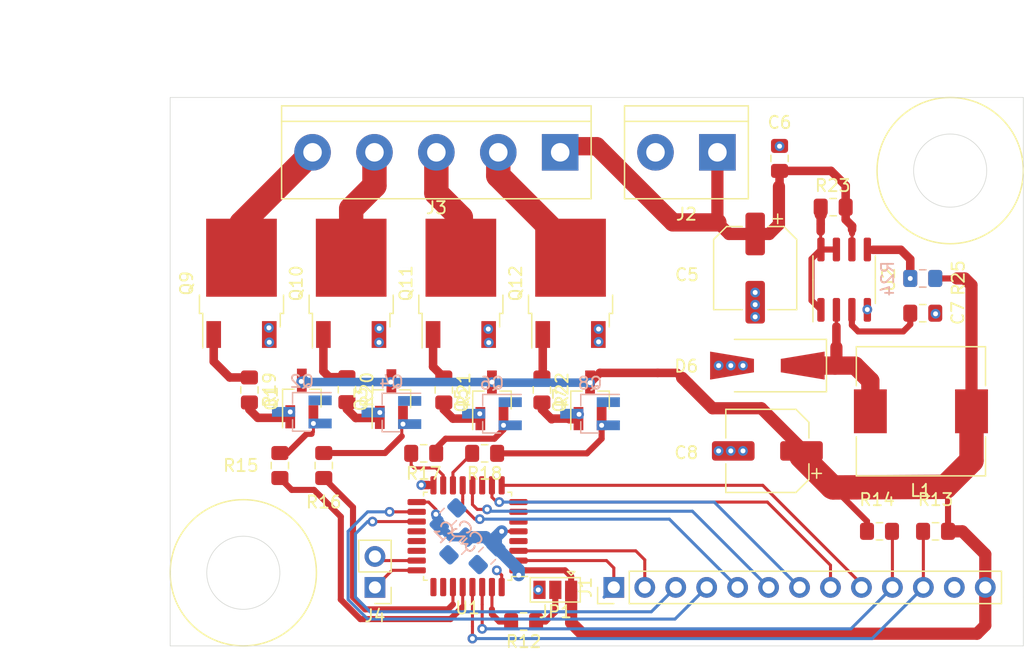
<source format=kicad_pcb>
(kicad_pcb (version 20171130) (host pcbnew "(5.1.5)-3")

  (general
    (thickness 1.6)
    (drawings 11)
    (tracks 323)
    (zones 0)
    (modules 42)
    (nets 52)
  )

  (page A4)
  (layers
    (0 F.Cu signal)
    (31 B.Cu signal)
    (32 B.Adhes user)
    (33 F.Adhes user)
    (34 B.Paste user)
    (35 F.Paste user)
    (36 B.SilkS user)
    (37 F.SilkS user)
    (38 B.Mask user)
    (39 F.Mask user)
    (40 Dwgs.User user)
    (41 Cmts.User user)
    (42 Eco1.User user)
    (43 Eco2.User user)
    (44 Edge.Cuts user)
    (45 Margin user)
    (46 B.CrtYd user)
    (47 F.CrtYd user)
    (48 B.Fab user hide)
    (49 F.Fab user hide)
  )

  (setup
    (last_trace_width 0.5)
    (user_trace_width 0.5)
    (user_trace_width 0.7)
    (user_trace_width 1)
    (user_trace_width 1.5)
    (user_trace_width 2)
    (trace_clearance 0.2)
    (zone_clearance 0.508)
    (zone_45_only no)
    (trace_min 0.2)
    (via_size 0.8)
    (via_drill 0.4)
    (via_min_size 0.4)
    (via_min_drill 0.3)
    (uvia_size 0.3)
    (uvia_drill 0.1)
    (uvias_allowed no)
    (uvia_min_size 0.2)
    (uvia_min_drill 0.1)
    (edge_width 0.05)
    (segment_width 0.2)
    (pcb_text_width 0.3)
    (pcb_text_size 1.5 1.5)
    (mod_edge_width 0.12)
    (mod_text_size 1 1)
    (mod_text_width 0.15)
    (pad_size 1.15 1.4)
    (pad_drill 0)
    (pad_to_mask_clearance 0.051)
    (solder_mask_min_width 0.25)
    (aux_axis_origin 0 0)
    (visible_elements 7FFFFFFF)
    (pcbplotparams
      (layerselection 0x010fc_ffffffff)
      (usegerberextensions false)
      (usegerberattributes false)
      (usegerberadvancedattributes false)
      (creategerberjobfile false)
      (excludeedgelayer true)
      (linewidth 0.100000)
      (plotframeref false)
      (viasonmask false)
      (mode 1)
      (useauxorigin false)
      (hpglpennumber 1)
      (hpglpenspeed 20)
      (hpglpendiameter 15.000000)
      (psnegative false)
      (psa4output false)
      (plotreference true)
      (plotvalue true)
      (plotinvisibletext false)
      (padsonsilk false)
      (subtractmaskfromsilk false)
      (outputformat 1)
      (mirror false)
      (drillshape 1)
      (scaleselection 1)
      (outputdirectory ""))
  )

  (net 0 "")
  (net 1 VDD)
  (net 2 VSS)
  (net 3 "Net-(C7-Pad1)")
  (net 4 "Net-(D6-Pad1)")
  (net 5 "Net-(Q1-Pad1)")
  (net 6 "Net-(Q1-Pad2)")
  (net 7 "Net-(Q3-Pad1)")
  (net 8 "Net-(Q3-Pad2)")
  (net 9 "Net-(Q5-Pad1)")
  (net 10 "Net-(Q5-Pad2)")
  (net 11 "Net-(Q7-Pad1)")
  (net 12 "Net-(Q7-Pad2)")
  (net 13 "Net-(Q9-Pad1)")
  (net 14 "Net-(Q10-Pad1)")
  (net 15 "Net-(Q11-Pad1)")
  (net 16 "Net-(Q12-Pad1)")
  (net 17 PWM_CH1)
  (net 18 PWM_CH2)
  (net 19 PWM_CH3)
  (net 20 PWM_CH4)
  (net 21 "Net-(R23-Pad1)")
  (net 22 "Net-(R24-Pad2)")
  (net 23 +12V)
  (net 24 I2C_SDA)
  (net 25 I2C_CLK)
  (net 26 SEG1)
  (net 27 SEG2)
  (net 28 SEG3)
  (net 29 SEG4)
  (net 30 SEG5)
  (net 31 SEG6)
  (net 32 SEG7)
  (net 33 SWCLK)
  (net 34 SWDIO)
  (net 35 ENC2)
  (net 36 ENC1)
  (net 37 LED_RED)
  (net 38 LED_BLUE)
  (net 39 LED_GREEN)
  (net 40 BUTTON0_EXT_IRQ)
  (net 41 BUTTON1_EXT_IRQ)
  (net 42 CH4)
  (net 43 CH3)
  (net 44 CH2)
  (net 45 CH1)
  (net 46 "Net-(JP1-Pad2)")
  (net 47 BOOT0)
  (net 48 "Net-(U1-Pad26)")
  (net 49 UART_RX)
  (net 50 UART_TX)
  (net 51 "Net-(U1-Pad4)")

  (net_class Default "Это класс цепей по умолчанию."
    (clearance 0.2)
    (trace_width 0.25)
    (via_dia 0.8)
    (via_drill 0.4)
    (uvia_dia 0.3)
    (uvia_drill 0.1)
    (add_net +12V)
    (add_net BOOT0)
    (add_net BUTTON0_EXT_IRQ)
    (add_net BUTTON1_EXT_IRQ)
    (add_net CH1)
    (add_net CH2)
    (add_net CH3)
    (add_net CH4)
    (add_net ENC1)
    (add_net ENC2)
    (add_net I2C_CLK)
    (add_net I2C_SDA)
    (add_net LED_BLUE)
    (add_net LED_GREEN)
    (add_net LED_RED)
    (add_net "Net-(C7-Pad1)")
    (add_net "Net-(D6-Pad1)")
    (add_net "Net-(JP1-Pad2)")
    (add_net "Net-(Q1-Pad1)")
    (add_net "Net-(Q1-Pad2)")
    (add_net "Net-(Q10-Pad1)")
    (add_net "Net-(Q11-Pad1)")
    (add_net "Net-(Q12-Pad1)")
    (add_net "Net-(Q3-Pad1)")
    (add_net "Net-(Q3-Pad2)")
    (add_net "Net-(Q5-Pad1)")
    (add_net "Net-(Q5-Pad2)")
    (add_net "Net-(Q7-Pad1)")
    (add_net "Net-(Q7-Pad2)")
    (add_net "Net-(Q9-Pad1)")
    (add_net "Net-(R23-Pad1)")
    (add_net "Net-(R24-Pad2)")
    (add_net "Net-(U1-Pad26)")
    (add_net "Net-(U1-Pad4)")
    (add_net PWM_CH1)
    (add_net PWM_CH2)
    (add_net PWM_CH3)
    (add_net PWM_CH4)
    (add_net SEG1)
    (add_net SEG2)
    (add_net SEG3)
    (add_net SEG4)
    (add_net SEG5)
    (add_net SEG6)
    (add_net SEG7)
    (add_net SWCLK)
    (add_net SWDIO)
    (add_net UART_RX)
    (add_net UART_TX)
    (add_net VDD)
    (add_net VSS)
  )

  (module Jumper:SolderJumper-3_P1.3mm_Open_Pad1.0x1.5mm (layer F.Cu) (tedit 5A3F8BB2) (tstamp 5FAE0F55)
    (at 58.6 157.4 180)
    (descr "SMD Solder 3-pad Jumper, 1x1.5mm Pads, 0.3mm gap, open")
    (tags "solder jumper open")
    (path /5F51DF74)
    (attr virtual)
    (fp_text reference JP1 (at 0 -1.8 180) (layer F.SilkS)
      (effects (font (size 1 1) (thickness 0.15)))
    )
    (fp_text value Jumper_3_Open (at 0 2 180) (layer F.Fab)
      (effects (font (size 1 1) (thickness 0.15)))
    )
    (fp_line (start 2.3 1.25) (end -2.3 1.25) (layer F.CrtYd) (width 0.05))
    (fp_line (start 2.3 1.25) (end 2.3 -1.25) (layer F.CrtYd) (width 0.05))
    (fp_line (start -2.3 -1.25) (end -2.3 1.25) (layer F.CrtYd) (width 0.05))
    (fp_line (start -2.3 -1.25) (end 2.3 -1.25) (layer F.CrtYd) (width 0.05))
    (fp_line (start -2.05 -1) (end 2.05 -1) (layer F.SilkS) (width 0.12))
    (fp_line (start 2.05 -1) (end 2.05 1) (layer F.SilkS) (width 0.12))
    (fp_line (start 2.05 1) (end -2.05 1) (layer F.SilkS) (width 0.12))
    (fp_line (start -2.05 1) (end -2.05 -1) (layer F.SilkS) (width 0.12))
    (fp_line (start -1.3 1.2) (end -1.6 1.5) (layer F.SilkS) (width 0.12))
    (fp_line (start -1.6 1.5) (end -1 1.5) (layer F.SilkS) (width 0.12))
    (fp_line (start -1.3 1.2) (end -1 1.5) (layer F.SilkS) (width 0.12))
    (pad 1 smd rect (at -1.3 0 180) (size 1 1.5) (layers F.Cu F.Mask)
      (net 1 VDD))
    (pad 2 smd rect (at 0 0 180) (size 1 1.5) (layers F.Cu F.Mask)
      (net 46 "Net-(JP1-Pad2)"))
    (pad 3 smd rect (at 1.3 0 180) (size 1 1.5) (layers F.Cu F.Mask)
      (net 2 VSS))
  )

  (module Connector_PinHeader_2.54mm:PinHeader_1x02_P2.54mm_Vertical (layer F.Cu) (tedit 59FED5CC) (tstamp 5FB055EB)
    (at 43.8 157.2 180)
    (descr "Through hole straight pin header, 1x02, 2.54mm pitch, single row")
    (tags "Through hole pin header THT 1x02 2.54mm single row")
    (path /5FF6DA61)
    (fp_text reference J4 (at 0 -2.33) (layer F.SilkS)
      (effects (font (size 1 1) (thickness 0.15)))
    )
    (fp_text value Conn_01x02_Male (at 0 4.87) (layer F.Fab)
      (effects (font (size 1 1) (thickness 0.15)))
    )
    (fp_text user %R (at 0 1.27 90) (layer F.Fab)
      (effects (font (size 1 1) (thickness 0.15)))
    )
    (fp_line (start 1.8 -1.8) (end -1.8 -1.8) (layer F.CrtYd) (width 0.05))
    (fp_line (start 1.8 4.35) (end 1.8 -1.8) (layer F.CrtYd) (width 0.05))
    (fp_line (start -1.8 4.35) (end 1.8 4.35) (layer F.CrtYd) (width 0.05))
    (fp_line (start -1.8 -1.8) (end -1.8 4.35) (layer F.CrtYd) (width 0.05))
    (fp_line (start -1.33 -1.33) (end 0 -1.33) (layer F.SilkS) (width 0.12))
    (fp_line (start -1.33 0) (end -1.33 -1.33) (layer F.SilkS) (width 0.12))
    (fp_line (start -1.33 1.27) (end 1.33 1.27) (layer F.SilkS) (width 0.12))
    (fp_line (start 1.33 1.27) (end 1.33 3.87) (layer F.SilkS) (width 0.12))
    (fp_line (start -1.33 1.27) (end -1.33 3.87) (layer F.SilkS) (width 0.12))
    (fp_line (start -1.33 3.87) (end 1.33 3.87) (layer F.SilkS) (width 0.12))
    (fp_line (start -1.27 -0.635) (end -0.635 -1.27) (layer F.Fab) (width 0.1))
    (fp_line (start -1.27 3.81) (end -1.27 -0.635) (layer F.Fab) (width 0.1))
    (fp_line (start 1.27 3.81) (end -1.27 3.81) (layer F.Fab) (width 0.1))
    (fp_line (start 1.27 -1.27) (end 1.27 3.81) (layer F.Fab) (width 0.1))
    (fp_line (start -0.635 -1.27) (end 1.27 -1.27) (layer F.Fab) (width 0.1))
    (pad 2 thru_hole oval (at 0 2.54 180) (size 1.7 1.7) (drill 1) (layers *.Cu *.Mask)
      (net 34 SWDIO))
    (pad 1 thru_hole rect (at 0 0 180) (size 1.7 1.7) (drill 1) (layers *.Cu *.Mask)
      (net 33 SWCLK))
    (model ${KISYS3DMOD}/Connector_PinHeader_2.54mm.3dshapes/PinHeader_1x02_P2.54mm_Vertical.wrl
      (at (xyz 0 0 0))
      (scale (xyz 1 1 1))
      (rotate (xyz 0 0 0))
    )
  )

  (module Connector_PinHeader_2.54mm:PinHeader_1x13_P2.54mm_Vertical (layer F.Cu) (tedit 59FED5CC) (tstamp 5FAF8085)
    (at 63.4 157.2 90)
    (descr "Through hole straight pin header, 1x13, 2.54mm pitch, single row")
    (tags "Through hole pin header THT 1x13 2.54mm single row")
    (path /5FE2A61A)
    (fp_text reference J1 (at 0 -2.33 90) (layer F.SilkS)
      (effects (font (size 1 1) (thickness 0.15)))
    )
    (fp_text value Conn_01x13_Female (at 0 32.81 90) (layer F.Fab)
      (effects (font (size 1 1) (thickness 0.15)))
    )
    (fp_text user %R (at 0 15.24) (layer F.Fab)
      (effects (font (size 1 1) (thickness 0.15)))
    )
    (fp_line (start 1.8 -1.8) (end -1.8 -1.8) (layer F.CrtYd) (width 0.05))
    (fp_line (start 1.8 32.25) (end 1.8 -1.8) (layer F.CrtYd) (width 0.05))
    (fp_line (start -1.8 32.25) (end 1.8 32.25) (layer F.CrtYd) (width 0.05))
    (fp_line (start -1.8 -1.8) (end -1.8 32.25) (layer F.CrtYd) (width 0.05))
    (fp_line (start -1.33 -1.33) (end 0 -1.33) (layer F.SilkS) (width 0.12))
    (fp_line (start -1.33 0) (end -1.33 -1.33) (layer F.SilkS) (width 0.12))
    (fp_line (start -1.33 1.27) (end 1.33 1.27) (layer F.SilkS) (width 0.12))
    (fp_line (start 1.33 1.27) (end 1.33 31.81) (layer F.SilkS) (width 0.12))
    (fp_line (start -1.33 1.27) (end -1.33 31.81) (layer F.SilkS) (width 0.12))
    (fp_line (start -1.33 31.81) (end 1.33 31.81) (layer F.SilkS) (width 0.12))
    (fp_line (start -1.27 -0.635) (end -0.635 -1.27) (layer F.Fab) (width 0.1))
    (fp_line (start -1.27 31.75) (end -1.27 -0.635) (layer F.Fab) (width 0.1))
    (fp_line (start 1.27 31.75) (end -1.27 31.75) (layer F.Fab) (width 0.1))
    (fp_line (start 1.27 -1.27) (end 1.27 31.75) (layer F.Fab) (width 0.1))
    (fp_line (start -0.635 -1.27) (end 1.27 -1.27) (layer F.Fab) (width 0.1))
    (pad 13 thru_hole oval (at 0 30.48 90) (size 1.7 1.7) (drill 1) (layers *.Cu *.Mask)
      (net 1 VDD))
    (pad 12 thru_hole oval (at 0 27.94 90) (size 1.7 1.7) (drill 1) (layers *.Cu *.Mask)
      (net 2 VSS))
    (pad 11 thru_hole oval (at 0 25.4 90) (size 1.7 1.7) (drill 1) (layers *.Cu *.Mask)
      (net 24 I2C_SDA))
    (pad 10 thru_hole oval (at 0 22.86 90) (size 1.7 1.7) (drill 1) (layers *.Cu *.Mask)
      (net 25 I2C_CLK))
    (pad 9 thru_hole oval (at 0 20.32 90) (size 1.7 1.7) (drill 1) (layers *.Cu *.Mask)
      (net 49 UART_RX))
    (pad 8 thru_hole oval (at 0 17.78 90) (size 1.7 1.7) (drill 1) (layers *.Cu *.Mask)
      (net 50 UART_TX))
    (pad 7 thru_hole oval (at 0 15.24 90) (size 1.7 1.7) (drill 1) (layers *.Cu *.Mask)
      (net 39 LED_GREEN))
    (pad 6 thru_hole oval (at 0 12.7 90) (size 1.7 1.7) (drill 1) (layers *.Cu *.Mask)
      (net 38 LED_BLUE))
    (pad 5 thru_hole oval (at 0 10.16 90) (size 1.7 1.7) (drill 1) (layers *.Cu *.Mask)
      (net 37 LED_RED))
    (pad 4 thru_hole oval (at 0 7.62 90) (size 1.7 1.7) (drill 1) (layers *.Cu *.Mask)
      (net 36 ENC1))
    (pad 3 thru_hole oval (at 0 5.08 90) (size 1.7 1.7) (drill 1) (layers *.Cu *.Mask)
      (net 35 ENC2))
    (pad 2 thru_hole oval (at 0 2.54 90) (size 1.7 1.7) (drill 1) (layers *.Cu *.Mask)
      (net 41 BUTTON1_EXT_IRQ))
    (pad 1 thru_hole rect (at 0 0 90) (size 1.7 1.7) (drill 1) (layers *.Cu *.Mask)
      (net 40 BUTTON0_EXT_IRQ))
    (model ${KISYS3DMOD}/Connector_PinHeader_2.54mm.3dshapes/PinHeader_1x13_P2.54mm_Vertical.wrl
      (at (xyz 0 0 0))
      (scale (xyz 1 1 1))
      (rotate (xyz 0 0 0))
    )
  )

  (module TerminalBlock:TerminalBlock_bornier-5_P5.08mm (layer F.Cu) (tedit 59FF03DE) (tstamp 5FAE62BD)
    (at 59 121.5 180)
    (descr "simple 5-pin terminal block, pitch 5.08mm, revamped version of bornier5")
    (tags "terminal block bornier5")
    (path /5FBEDB26)
    (fp_text reference J3 (at 10.15 -4.55) (layer F.SilkS)
      (effects (font (size 1 1) (thickness 0.15)))
    )
    (fp_text value "Выходная клемма" (at 10.15 4.6) (layer F.Fab)
      (effects (font (size 1 1) (thickness 0.15)))
    )
    (fp_line (start 23.06 4) (end -2.74 4) (layer F.CrtYd) (width 0.05))
    (fp_line (start 23.06 4) (end 23.06 -4) (layer F.CrtYd) (width 0.05))
    (fp_line (start -2.74 -4) (end -2.74 4) (layer F.CrtYd) (width 0.05))
    (fp_line (start -2.74 -4) (end 23.06 -4) (layer F.CrtYd) (width 0.05))
    (fp_line (start -2.54 -3.81) (end -2.54 3.81) (layer F.SilkS) (width 0.12))
    (fp_line (start 22.86 -3.81) (end 22.86 3.81) (layer F.SilkS) (width 0.12))
    (fp_line (start -2.54 -3.81) (end 22.86 -3.81) (layer F.SilkS) (width 0.12))
    (fp_line (start -2.54 2.54) (end 22.86 2.54) (layer F.SilkS) (width 0.12))
    (fp_line (start -2.54 3.81) (end 22.86 3.81) (layer F.SilkS) (width 0.12))
    (fp_line (start 22.81 -3.75) (end -2.49 -3.75) (layer F.Fab) (width 0.1))
    (fp_line (start 22.81 3.75) (end 22.81 -3.75) (layer F.Fab) (width 0.1))
    (fp_line (start -2.49 3.75) (end 22.81 3.75) (layer F.Fab) (width 0.1))
    (fp_line (start -2.49 -3.75) (end -2.49 3.75) (layer F.Fab) (width 0.1))
    (fp_line (start -2.49 2.55) (end 22.81 2.55) (layer F.Fab) (width 0.1))
    (fp_text user %R (at 10.16 0) (layer F.Fab)
      (effects (font (size 1 1) (thickness 0.15)))
    )
    (pad 5 thru_hole circle (at 20.32 0 180) (size 3 3) (drill 1.52) (layers *.Cu *.Mask)
      (net 45 CH1))
    (pad 4 thru_hole circle (at 15.24 0 180) (size 3 3) (drill 1.52) (layers *.Cu *.Mask)
      (net 44 CH2))
    (pad 1 thru_hole rect (at 0 0 180) (size 3 3) (drill 1.52) (layers *.Cu *.Mask)
      (net 23 +12V))
    (pad 3 thru_hole circle (at 10.16 0 180) (size 3 3) (drill 1.52) (layers *.Cu *.Mask)
      (net 43 CH3))
    (pad 2 thru_hole circle (at 5.08 0 180) (size 3 3) (drill 1.52) (layers *.Cu *.Mask)
      (net 42 CH4))
    (model ${KISYS3DMOD}/TerminalBlock.3dshapes/TerminalBlock_bornier-5_P5.08mm.wrl
      (offset (xyz 10.15999984741211 0 0))
      (scale (xyz 1 1 1))
      (rotate (xyz 0 0 0))
    )
  )

  (module TerminalBlock:TerminalBlock_bornier-2_P5.08mm (layer F.Cu) (tedit 59FF03AB) (tstamp 5FAE0ECB)
    (at 71.9 121.5 180)
    (descr "simple 2-pin terminal block, pitch 5.08mm, revamped version of bornier2")
    (tags "terminal block bornier2")
    (path /5FBECE10)
    (fp_text reference J2 (at 2.54 -5.08) (layer F.SilkS)
      (effects (font (size 1 1) (thickness 0.15)))
    )
    (fp_text value "Клемма питания" (at 2.54 5.08) (layer F.Fab)
      (effects (font (size 1 1) (thickness 0.15)))
    )
    (fp_line (start 7.79 4) (end -2.71 4) (layer F.CrtYd) (width 0.05))
    (fp_line (start 7.79 4) (end 7.79 -4) (layer F.CrtYd) (width 0.05))
    (fp_line (start -2.71 -4) (end -2.71 4) (layer F.CrtYd) (width 0.05))
    (fp_line (start -2.71 -4) (end 7.79 -4) (layer F.CrtYd) (width 0.05))
    (fp_line (start -2.54 3.81) (end 7.62 3.81) (layer F.SilkS) (width 0.12))
    (fp_line (start -2.54 -3.81) (end -2.54 3.81) (layer F.SilkS) (width 0.12))
    (fp_line (start 7.62 -3.81) (end -2.54 -3.81) (layer F.SilkS) (width 0.12))
    (fp_line (start 7.62 3.81) (end 7.62 -3.81) (layer F.SilkS) (width 0.12))
    (fp_line (start 7.62 2.54) (end -2.54 2.54) (layer F.SilkS) (width 0.12))
    (fp_line (start 7.54 -3.75) (end -2.46 -3.75) (layer F.Fab) (width 0.1))
    (fp_line (start 7.54 3.75) (end 7.54 -3.75) (layer F.Fab) (width 0.1))
    (fp_line (start -2.46 3.75) (end 7.54 3.75) (layer F.Fab) (width 0.1))
    (fp_line (start -2.46 -3.75) (end -2.46 3.75) (layer F.Fab) (width 0.1))
    (fp_line (start -2.41 2.55) (end 7.49 2.55) (layer F.Fab) (width 0.1))
    (fp_text user %R (at 2.54 0) (layer F.Fab)
      (effects (font (size 1 1) (thickness 0.15)))
    )
    (pad 2 thru_hole circle (at 5.08 0 180) (size 3 3) (drill 1.52) (layers *.Cu *.Mask)
      (net 2 VSS))
    (pad 1 thru_hole rect (at 0 0 180) (size 3 3) (drill 1.52) (layers *.Cu *.Mask)
      (net 23 +12V))
    (model ${KISYS3DMOD}/TerminalBlock.3dshapes/TerminalBlock_bornier-2_P5.08mm.wrl
      (offset (xyz 2.539999961853027 0 0))
      (scale (xyz 1 1 1))
      (rotate (xyz 0 0 0))
    )
  )

  (module Capacitor_SMD:C_0805_2012Metric_Pad1.15x1.40mm_HandSolder (layer B.Cu) (tedit 5B36C52B) (tstamp 5FAECAA5)
    (at 50.6 153.8 225)
    (descr "Capacitor SMD 0805 (2012 Metric), square (rectangular) end terminal, IPC_7351 nominal with elongated pad for handsoldering. (Body size source: https://docs.google.com/spreadsheets/d/1BsfQQcO9C6DZCsRaXUlFlo91Tg2WpOkGARC1WS5S8t0/edit?usp=sharing), generated with kicad-footprint-generator")
    (tags "capacitor handsolder")
    (path /5F50F726)
    (attr smd)
    (fp_text reference C1 (at 0 1.65 45) (layer B.SilkS)
      (effects (font (size 1 1) (thickness 0.15)) (justify mirror))
    )
    (fp_text value "1 uF" (at 0 -1.65 45) (layer B.Fab)
      (effects (font (size 1 1) (thickness 0.15)) (justify mirror))
    )
    (fp_text user %R (at 0 0 45) (layer B.Fab)
      (effects (font (size 0.5 0.5) (thickness 0.08)) (justify mirror))
    )
    (fp_line (start 1.85 -0.95) (end -1.85 -0.95) (layer B.CrtYd) (width 0.05))
    (fp_line (start 1.85 0.95) (end 1.85 -0.95) (layer B.CrtYd) (width 0.05))
    (fp_line (start -1.85 0.95) (end 1.85 0.95) (layer B.CrtYd) (width 0.05))
    (fp_line (start -1.85 -0.95) (end -1.85 0.95) (layer B.CrtYd) (width 0.05))
    (fp_line (start -0.261252 -0.71) (end 0.261252 -0.71) (layer B.SilkS) (width 0.12))
    (fp_line (start -0.261252 0.71) (end 0.261252 0.71) (layer B.SilkS) (width 0.12))
    (fp_line (start 1 -0.6) (end -1 -0.6) (layer B.Fab) (width 0.1))
    (fp_line (start 1 0.6) (end 1 -0.6) (layer B.Fab) (width 0.1))
    (fp_line (start -1 0.6) (end 1 0.6) (layer B.Fab) (width 0.1))
    (fp_line (start -1 -0.6) (end -1 0.6) (layer B.Fab) (width 0.1))
    (pad 2 smd roundrect (at 1.025 0 225) (size 1.15 1.4) (layers B.Cu B.Paste B.Mask) (roundrect_rratio 0.217391)
      (net 2 VSS))
    (pad 1 smd roundrect (at -1.025 0 225) (size 1.15 1.4) (layers B.Cu B.Paste B.Mask) (roundrect_rratio 0.217391)
      (net 1 VDD))
    (model ${KISYS3DMOD}/Capacitor_SMD.3dshapes/C_0805_2012Metric.wrl
      (at (xyz 0 0 0))
      (scale (xyz 1 1 1))
      (rotate (xyz 0 0 0))
    )
  )

  (module Package_QFP:LQFP-32_7x7mm_P0.8mm (layer F.Cu) (tedit 5D9F72AF) (tstamp 5FAE13D6)
    (at 51.4 153 180)
    (descr "LQFP, 32 Pin (https://www.nxp.com/docs/en/package-information/SOT358-1.pdf), generated with kicad-footprint-generator ipc_gullwing_generator.py")
    (tags "LQFP QFP")
    (path /5F50DD5E)
    (attr smd)
    (fp_text reference U1 (at 0 -5.88) (layer F.SilkS)
      (effects (font (size 1 1) (thickness 0.15)))
    )
    (fp_text value STM32F030K6Tx (at 0 5.88) (layer F.Fab)
      (effects (font (size 1 1) (thickness 0.15)))
    )
    (fp_text user %R (at 0 0) (layer F.Fab)
      (effects (font (size 1 1) (thickness 0.15)))
    )
    (fp_line (start 5.18 3.3) (end 5.18 0) (layer F.CrtYd) (width 0.05))
    (fp_line (start 3.75 3.3) (end 5.18 3.3) (layer F.CrtYd) (width 0.05))
    (fp_line (start 3.75 3.75) (end 3.75 3.3) (layer F.CrtYd) (width 0.05))
    (fp_line (start 3.3 3.75) (end 3.75 3.75) (layer F.CrtYd) (width 0.05))
    (fp_line (start 3.3 5.18) (end 3.3 3.75) (layer F.CrtYd) (width 0.05))
    (fp_line (start 0 5.18) (end 3.3 5.18) (layer F.CrtYd) (width 0.05))
    (fp_line (start -5.18 3.3) (end -5.18 0) (layer F.CrtYd) (width 0.05))
    (fp_line (start -3.75 3.3) (end -5.18 3.3) (layer F.CrtYd) (width 0.05))
    (fp_line (start -3.75 3.75) (end -3.75 3.3) (layer F.CrtYd) (width 0.05))
    (fp_line (start -3.3 3.75) (end -3.75 3.75) (layer F.CrtYd) (width 0.05))
    (fp_line (start -3.3 5.18) (end -3.3 3.75) (layer F.CrtYd) (width 0.05))
    (fp_line (start 0 5.18) (end -3.3 5.18) (layer F.CrtYd) (width 0.05))
    (fp_line (start 5.18 -3.3) (end 5.18 0) (layer F.CrtYd) (width 0.05))
    (fp_line (start 3.75 -3.3) (end 5.18 -3.3) (layer F.CrtYd) (width 0.05))
    (fp_line (start 3.75 -3.75) (end 3.75 -3.3) (layer F.CrtYd) (width 0.05))
    (fp_line (start 3.3 -3.75) (end 3.75 -3.75) (layer F.CrtYd) (width 0.05))
    (fp_line (start 3.3 -5.18) (end 3.3 -3.75) (layer F.CrtYd) (width 0.05))
    (fp_line (start 0 -5.18) (end 3.3 -5.18) (layer F.CrtYd) (width 0.05))
    (fp_line (start -5.18 -3.3) (end -5.18 0) (layer F.CrtYd) (width 0.05))
    (fp_line (start -3.75 -3.3) (end -5.18 -3.3) (layer F.CrtYd) (width 0.05))
    (fp_line (start -3.75 -3.75) (end -3.75 -3.3) (layer F.CrtYd) (width 0.05))
    (fp_line (start -3.3 -3.75) (end -3.75 -3.75) (layer F.CrtYd) (width 0.05))
    (fp_line (start -3.3 -5.18) (end -3.3 -3.75) (layer F.CrtYd) (width 0.05))
    (fp_line (start 0 -5.18) (end -3.3 -5.18) (layer F.CrtYd) (width 0.05))
    (fp_line (start -3.5 -2.5) (end -2.5 -3.5) (layer F.Fab) (width 0.1))
    (fp_line (start -3.5 3.5) (end -3.5 -2.5) (layer F.Fab) (width 0.1))
    (fp_line (start 3.5 3.5) (end -3.5 3.5) (layer F.Fab) (width 0.1))
    (fp_line (start 3.5 -3.5) (end 3.5 3.5) (layer F.Fab) (width 0.1))
    (fp_line (start -2.5 -3.5) (end 3.5 -3.5) (layer F.Fab) (width 0.1))
    (fp_line (start -3.61 -3.31) (end -4.925 -3.31) (layer F.SilkS) (width 0.12))
    (fp_line (start -3.61 -3.61) (end -3.61 -3.31) (layer F.SilkS) (width 0.12))
    (fp_line (start -3.31 -3.61) (end -3.61 -3.61) (layer F.SilkS) (width 0.12))
    (fp_line (start 3.61 -3.61) (end 3.61 -3.31) (layer F.SilkS) (width 0.12))
    (fp_line (start 3.31 -3.61) (end 3.61 -3.61) (layer F.SilkS) (width 0.12))
    (fp_line (start -3.61 3.61) (end -3.61 3.31) (layer F.SilkS) (width 0.12))
    (fp_line (start -3.31 3.61) (end -3.61 3.61) (layer F.SilkS) (width 0.12))
    (fp_line (start 3.61 3.61) (end 3.61 3.31) (layer F.SilkS) (width 0.12))
    (fp_line (start 3.31 3.61) (end 3.61 3.61) (layer F.SilkS) (width 0.12))
    (pad 32 smd roundrect (at -2.8 -4.175 180) (size 0.5 1.5) (layers F.Cu F.Paste F.Mask) (roundrect_rratio 0.25)
      (net 2 VSS))
    (pad 31 smd roundrect (at -2 -4.175 180) (size 0.5 1.5) (layers F.Cu F.Paste F.Mask) (roundrect_rratio 0.25)
      (net 47 BOOT0))
    (pad 30 smd roundrect (at -1.2 -4.175 180) (size 0.5 1.5) (layers F.Cu F.Paste F.Mask) (roundrect_rratio 0.25)
      (net 25 I2C_CLK))
    (pad 29 smd roundrect (at -0.4 -4.175 180) (size 0.5 1.5) (layers F.Cu F.Paste F.Mask) (roundrect_rratio 0.25)
      (net 24 I2C_SDA))
    (pad 28 smd roundrect (at 0.4 -4.175 180) (size 0.5 1.5) (layers F.Cu F.Paste F.Mask) (roundrect_rratio 0.25)
      (net 17 PWM_CH1))
    (pad 27 smd roundrect (at 1.2 -4.175 180) (size 0.5 1.5) (layers F.Cu F.Paste F.Mask) (roundrect_rratio 0.25)
      (net 18 PWM_CH2))
    (pad 26 smd roundrect (at 2 -4.175 180) (size 0.5 1.5) (layers F.Cu F.Paste F.Mask) (roundrect_rratio 0.25)
      (net 48 "Net-(U1-Pad26)"))
    (pad 25 smd roundrect (at 2.8 -4.175 180) (size 0.5 1.5) (layers F.Cu F.Paste F.Mask) (roundrect_rratio 0.25)
      (net 32 SEG7))
    (pad 24 smd roundrect (at 4.175 -2.8 180) (size 1.5 0.5) (layers F.Cu F.Paste F.Mask) (roundrect_rratio 0.25)
      (net 33 SWCLK))
    (pad 23 smd roundrect (at 4.175 -2 180) (size 1.5 0.5) (layers F.Cu F.Paste F.Mask) (roundrect_rratio 0.25)
      (net 34 SWDIO))
    (pad 22 smd roundrect (at 4.175 -1.2 180) (size 1.5 0.5) (layers F.Cu F.Paste F.Mask) (roundrect_rratio 0.25)
      (net 31 SEG6))
    (pad 21 smd roundrect (at 4.175 -0.4 180) (size 1.5 0.5) (layers F.Cu F.Paste F.Mask) (roundrect_rratio 0.25)
      (net 30 SEG5))
    (pad 20 smd roundrect (at 4.175 0.4 180) (size 1.5 0.5) (layers F.Cu F.Paste F.Mask) (roundrect_rratio 0.25)
      (net 29 SEG4))
    (pad 19 smd roundrect (at 4.175 1.2 180) (size 1.5 0.5) (layers F.Cu F.Paste F.Mask) (roundrect_rratio 0.25)
      (net 35 ENC2))
    (pad 18 smd roundrect (at 4.175 2 180) (size 1.5 0.5) (layers F.Cu F.Paste F.Mask) (roundrect_rratio 0.25)
      (net 36 ENC1))
    (pad 17 smd roundrect (at 4.175 2.8 180) (size 1.5 0.5) (layers F.Cu F.Paste F.Mask) (roundrect_rratio 0.25)
      (net 1 VDD))
    (pad 16 smd roundrect (at 2.8 4.175 180) (size 0.5 1.5) (layers F.Cu F.Paste F.Mask) (roundrect_rratio 0.25)
      (net 2 VSS))
    (pad 15 smd roundrect (at 2 4.175 180) (size 0.5 1.5) (layers F.Cu F.Paste F.Mask) (roundrect_rratio 0.25)
      (net 19 PWM_CH3))
    (pad 14 smd roundrect (at 1.2 4.175 180) (size 0.5 1.5) (layers F.Cu F.Paste F.Mask) (roundrect_rratio 0.25)
      (net 20 PWM_CH4))
    (pad 13 smd roundrect (at 0.4 4.175 180) (size 0.5 1.5) (layers F.Cu F.Paste F.Mask) (roundrect_rratio 0.25)
      (net 37 LED_RED))
    (pad 12 smd roundrect (at -0.4 4.175 180) (size 0.5 1.5) (layers F.Cu F.Paste F.Mask) (roundrect_rratio 0.25)
      (net 38 LED_BLUE))
    (pad 11 smd roundrect (at -1.2 4.175 180) (size 0.5 1.5) (layers F.Cu F.Paste F.Mask) (roundrect_rratio 0.25)
      (net 28 SEG3))
    (pad 10 smd roundrect (at -2 4.175 180) (size 0.5 1.5) (layers F.Cu F.Paste F.Mask) (roundrect_rratio 0.25)
      (net 39 LED_GREEN))
    (pad 9 smd roundrect (at -2.8 4.175 180) (size 0.5 1.5) (layers F.Cu F.Paste F.Mask) (roundrect_rratio 0.25)
      (net 49 UART_RX))
    (pad 8 smd roundrect (at -4.175 2.8 180) (size 1.5 0.5) (layers F.Cu F.Paste F.Mask) (roundrect_rratio 0.25)
      (net 50 UART_TX))
    (pad 7 smd roundrect (at -4.175 2 180) (size 1.5 0.5) (layers F.Cu F.Paste F.Mask) (roundrect_rratio 0.25)
      (net 27 SEG2))
    (pad 6 smd roundrect (at -4.175 1.2 180) (size 1.5 0.5) (layers F.Cu F.Paste F.Mask) (roundrect_rratio 0.25)
      (net 26 SEG1))
    (pad 5 smd roundrect (at -4.175 0.4 180) (size 1.5 0.5) (layers F.Cu F.Paste F.Mask) (roundrect_rratio 0.25)
      (net 1 VDD))
    (pad 4 smd roundrect (at -4.175 -0.4 180) (size 1.5 0.5) (layers F.Cu F.Paste F.Mask) (roundrect_rratio 0.25)
      (net 51 "Net-(U1-Pad4)"))
    (pad 3 smd roundrect (at -4.175 -1.2 180) (size 1.5 0.5) (layers F.Cu F.Paste F.Mask) (roundrect_rratio 0.25)
      (net 41 BUTTON1_EXT_IRQ))
    (pad 2 smd roundrect (at -4.175 -2 180) (size 1.5 0.5) (layers F.Cu F.Paste F.Mask) (roundrect_rratio 0.25)
      (net 40 BUTTON0_EXT_IRQ))
    (pad 1 smd roundrect (at -4.175 -2.8 180) (size 1.5 0.5) (layers F.Cu F.Paste F.Mask) (roundrect_rratio 0.25)
      (net 1 VDD))
    (model ${KISYS3DMOD}/Package_QFP.3dshapes/LQFP-32_7x7mm_P0.8mm.wrl
      (at (xyz 0 0 0))
      (scale (xyz 1 1 1))
      (rotate (xyz 0 0 0))
    )
  )

  (module Resistor_SMD:R_0805_2012Metric_Pad1.15x1.40mm_HandSolder (layer F.Cu) (tedit 5B36C52B) (tstamp 5FAE1210)
    (at 85.2 152.6 180)
    (descr "Resistor SMD 0805 (2012 Metric), square (rectangular) end terminal, IPC_7351 nominal with elongated pad for handsoldering. (Body size source: https://docs.google.com/spreadsheets/d/1BsfQQcO9C6DZCsRaXUlFlo91Tg2WpOkGARC1WS5S8t0/edit?usp=sharing), generated with kicad-footprint-generator")
    (tags "resistor handsolder")
    (path /5F92397D)
    (attr smd)
    (fp_text reference R14 (at 0.2 2.6) (layer F.SilkS)
      (effects (font (size 1 1) (thickness 0.15)))
    )
    (fp_text value 1k (at 0 1.65) (layer F.Fab)
      (effects (font (size 1 1) (thickness 0.15)))
    )
    (fp_text user %R (at 0 0) (layer F.Fab)
      (effects (font (size 0.5 0.5) (thickness 0.08)))
    )
    (fp_line (start 1.85 0.95) (end -1.85 0.95) (layer F.CrtYd) (width 0.05))
    (fp_line (start 1.85 -0.95) (end 1.85 0.95) (layer F.CrtYd) (width 0.05))
    (fp_line (start -1.85 -0.95) (end 1.85 -0.95) (layer F.CrtYd) (width 0.05))
    (fp_line (start -1.85 0.95) (end -1.85 -0.95) (layer F.CrtYd) (width 0.05))
    (fp_line (start -0.261252 0.71) (end 0.261252 0.71) (layer F.SilkS) (width 0.12))
    (fp_line (start -0.261252 -0.71) (end 0.261252 -0.71) (layer F.SilkS) (width 0.12))
    (fp_line (start 1 0.6) (end -1 0.6) (layer F.Fab) (width 0.1))
    (fp_line (start 1 -0.6) (end 1 0.6) (layer F.Fab) (width 0.1))
    (fp_line (start -1 -0.6) (end 1 -0.6) (layer F.Fab) (width 0.1))
    (fp_line (start -1 0.6) (end -1 -0.6) (layer F.Fab) (width 0.1))
    (pad 2 smd roundrect (at 1.025 0 180) (size 1.15 1.4) (layers F.Cu F.Paste F.Mask) (roundrect_rratio 0.217391)
      (net 1 VDD))
    (pad 1 smd roundrect (at -1.025 0 180) (size 1.15 1.4) (layers F.Cu F.Paste F.Mask) (roundrect_rratio 0.217391)
      (net 25 I2C_CLK))
    (model ${KISYS3DMOD}/Resistor_SMD.3dshapes/R_0805_2012Metric.wrl
      (at (xyz 0 0 0))
      (scale (xyz 1 1 1))
      (rotate (xyz 0 0 0))
    )
  )

  (module Resistor_SMD:R_0805_2012Metric_Pad1.15x1.40mm_HandSolder (layer F.Cu) (tedit 5B36C52B) (tstamp 5FAE11FF)
    (at 89.8 152.6)
    (descr "Resistor SMD 0805 (2012 Metric), square (rectangular) end terminal, IPC_7351 nominal with elongated pad for handsoldering. (Body size source: https://docs.google.com/spreadsheets/d/1BsfQQcO9C6DZCsRaXUlFlo91Tg2WpOkGARC1WS5S8t0/edit?usp=sharing), generated with kicad-footprint-generator")
    (tags "resistor handsolder")
    (path /5F922AEA)
    (attr smd)
    (fp_text reference R13 (at 0 -2.6) (layer F.SilkS)
      (effects (font (size 1 1) (thickness 0.15)))
    )
    (fp_text value 1k (at 0 1.65) (layer F.Fab)
      (effects (font (size 1 1) (thickness 0.15)))
    )
    (fp_text user %R (at 0 0) (layer F.Fab)
      (effects (font (size 0.5 0.5) (thickness 0.08)))
    )
    (fp_line (start 1.85 0.95) (end -1.85 0.95) (layer F.CrtYd) (width 0.05))
    (fp_line (start 1.85 -0.95) (end 1.85 0.95) (layer F.CrtYd) (width 0.05))
    (fp_line (start -1.85 -0.95) (end 1.85 -0.95) (layer F.CrtYd) (width 0.05))
    (fp_line (start -1.85 0.95) (end -1.85 -0.95) (layer F.CrtYd) (width 0.05))
    (fp_line (start -0.261252 0.71) (end 0.261252 0.71) (layer F.SilkS) (width 0.12))
    (fp_line (start -0.261252 -0.71) (end 0.261252 -0.71) (layer F.SilkS) (width 0.12))
    (fp_line (start 1 0.6) (end -1 0.6) (layer F.Fab) (width 0.1))
    (fp_line (start 1 -0.6) (end 1 0.6) (layer F.Fab) (width 0.1))
    (fp_line (start -1 -0.6) (end 1 -0.6) (layer F.Fab) (width 0.1))
    (fp_line (start -1 0.6) (end -1 -0.6) (layer F.Fab) (width 0.1))
    (pad 2 smd roundrect (at 1.025 0) (size 1.15 1.4) (layers F.Cu F.Paste F.Mask) (roundrect_rratio 0.217391)
      (net 1 VDD))
    (pad 1 smd roundrect (at -1.025 0) (size 1.15 1.4) (layers F.Cu F.Paste F.Mask) (roundrect_rratio 0.217391)
      (net 24 I2C_SDA))
    (model ${KISYS3DMOD}/Resistor_SMD.3dshapes/R_0805_2012Metric.wrl
      (at (xyz 0 0 0))
      (scale (xyz 1 1 1))
      (rotate (xyz 0 0 0))
    )
  )

  (module Resistor_SMD:R_0805_2012Metric_Pad1.15x1.40mm_HandSolder (layer F.Cu) (tedit 5B36C52B) (tstamp 5FAE11EE)
    (at 56 160 180)
    (descr "Resistor SMD 0805 (2012 Metric), square (rectangular) end terminal, IPC_7351 nominal with elongated pad for handsoldering. (Body size source: https://docs.google.com/spreadsheets/d/1BsfQQcO9C6DZCsRaXUlFlo91Tg2WpOkGARC1WS5S8t0/edit?usp=sharing), generated with kicad-footprint-generator")
    (tags "resistor handsolder")
    (path /5F9C6817)
    (attr smd)
    (fp_text reference R12 (at 0 -1.65 180) (layer F.SilkS)
      (effects (font (size 1 1) (thickness 0.15)))
    )
    (fp_text value 10k (at 0 1.65 180) (layer F.Fab)
      (effects (font (size 1 1) (thickness 0.15)))
    )
    (fp_text user %R (at 0 0 180) (layer F.Fab)
      (effects (font (size 0.5 0.5) (thickness 0.08)))
    )
    (fp_line (start 1.85 0.95) (end -1.85 0.95) (layer F.CrtYd) (width 0.05))
    (fp_line (start 1.85 -0.95) (end 1.85 0.95) (layer F.CrtYd) (width 0.05))
    (fp_line (start -1.85 -0.95) (end 1.85 -0.95) (layer F.CrtYd) (width 0.05))
    (fp_line (start -1.85 0.95) (end -1.85 -0.95) (layer F.CrtYd) (width 0.05))
    (fp_line (start -0.261252 0.71) (end 0.261252 0.71) (layer F.SilkS) (width 0.12))
    (fp_line (start -0.261252 -0.71) (end 0.261252 -0.71) (layer F.SilkS) (width 0.12))
    (fp_line (start 1 0.6) (end -1 0.6) (layer F.Fab) (width 0.1))
    (fp_line (start 1 -0.6) (end 1 0.6) (layer F.Fab) (width 0.1))
    (fp_line (start -1 -0.6) (end 1 -0.6) (layer F.Fab) (width 0.1))
    (fp_line (start -1 0.6) (end -1 -0.6) (layer F.Fab) (width 0.1))
    (pad 2 smd roundrect (at 1.025 0 180) (size 1.15 1.4) (layers F.Cu F.Paste F.Mask) (roundrect_rratio 0.217391)
      (net 47 BOOT0))
    (pad 1 smd roundrect (at -1.025 0 180) (size 1.15 1.4) (layers F.Cu F.Paste F.Mask) (roundrect_rratio 0.217391)
      (net 46 "Net-(JP1-Pad2)"))
    (model ${KISYS3DMOD}/Resistor_SMD.3dshapes/R_0805_2012Metric.wrl
      (at (xyz 0 0 0))
      (scale (xyz 1 1 1))
      (rotate (xyz 0 0 0))
    )
  )

  (module Capacitor_SMD:C_0805_2012Metric_Pad1.15x1.40mm_HandSolder (layer B.Cu) (tedit 5B36C52B) (tstamp 5FAE0D4B)
    (at 53 154.6 225)
    (descr "Capacitor SMD 0805 (2012 Metric), square (rectangular) end terminal, IPC_7351 nominal with elongated pad for handsoldering. (Body size source: https://docs.google.com/spreadsheets/d/1BsfQQcO9C6DZCsRaXUlFlo91Tg2WpOkGARC1WS5S8t0/edit?usp=sharing), generated with kicad-footprint-generator")
    (tags "capacitor handsolder")
    (path /5F86CE5A)
    (attr smd)
    (fp_text reference C3 (at 0 1.65 45) (layer B.SilkS)
      (effects (font (size 1 1) (thickness 0.15)) (justify mirror))
    )
    (fp_text value "100 nF" (at 0 -1.65 45) (layer B.Fab)
      (effects (font (size 1 1) (thickness 0.15)) (justify mirror))
    )
    (fp_text user %R (at 0 0 45) (layer B.Fab)
      (effects (font (size 0.5 0.5) (thickness 0.08)) (justify mirror))
    )
    (fp_line (start 1.85 -0.95) (end -1.85 -0.95) (layer B.CrtYd) (width 0.05))
    (fp_line (start 1.85 0.95) (end 1.85 -0.95) (layer B.CrtYd) (width 0.05))
    (fp_line (start -1.85 0.95) (end 1.85 0.95) (layer B.CrtYd) (width 0.05))
    (fp_line (start -1.85 -0.95) (end -1.85 0.95) (layer B.CrtYd) (width 0.05))
    (fp_line (start -0.261252 -0.71) (end 0.261252 -0.71) (layer B.SilkS) (width 0.12))
    (fp_line (start -0.261252 0.71) (end 0.261252 0.71) (layer B.SilkS) (width 0.12))
    (fp_line (start 1 -0.6) (end -1 -0.6) (layer B.Fab) (width 0.1))
    (fp_line (start 1 0.6) (end 1 -0.6) (layer B.Fab) (width 0.1))
    (fp_line (start -1 0.6) (end 1 0.6) (layer B.Fab) (width 0.1))
    (fp_line (start -1 -0.6) (end -1 0.6) (layer B.Fab) (width 0.1))
    (pad 2 smd roundrect (at 1.025 0 225) (size 1.15 1.4) (layers B.Cu B.Paste B.Mask) (roundrect_rratio 0.217391)
      (net 2 VSS))
    (pad 1 smd roundrect (at -1.025 0 225) (size 1.15 1.4) (layers B.Cu B.Paste B.Mask) (roundrect_rratio 0.217391)
      (net 1 VDD))
    (model ${KISYS3DMOD}/Capacitor_SMD.3dshapes/C_0805_2012Metric.wrl
      (at (xyz 0 0 0))
      (scale (xyz 1 1 1))
      (rotate (xyz 0 0 0))
    )
  )

  (module Capacitor_SMD:C_0805_2012Metric_Pad1.15x1.40mm_HandSolder (layer B.Cu) (tedit 5B36C52B) (tstamp 5FAE0D3A)
    (at 49.8 151.4 45)
    (descr "Capacitor SMD 0805 (2012 Metric), square (rectangular) end terminal, IPC_7351 nominal with elongated pad for handsoldering. (Body size source: https://docs.google.com/spreadsheets/d/1BsfQQcO9C6DZCsRaXUlFlo91Tg2WpOkGARC1WS5S8t0/edit?usp=sharing), generated with kicad-footprint-generator")
    (tags "capacitor handsolder")
    (path /5F50EE8D)
    (attr smd)
    (fp_text reference C2 (at 0 1.65 45) (layer B.SilkS)
      (effects (font (size 1 1) (thickness 0.15)) (justify mirror))
    )
    (fp_text value "100 nF" (at 0 -1.65 45) (layer B.Fab)
      (effects (font (size 1 1) (thickness 0.15)) (justify mirror))
    )
    (fp_text user %R (at 0 0 45) (layer B.Fab)
      (effects (font (size 0.5 0.5) (thickness 0.08)) (justify mirror))
    )
    (fp_line (start 1.85 -0.95) (end -1.85 -0.95) (layer B.CrtYd) (width 0.05))
    (fp_line (start 1.85 0.95) (end 1.85 -0.95) (layer B.CrtYd) (width 0.05))
    (fp_line (start -1.85 0.95) (end 1.85 0.95) (layer B.CrtYd) (width 0.05))
    (fp_line (start -1.85 -0.95) (end -1.85 0.95) (layer B.CrtYd) (width 0.05))
    (fp_line (start -0.261252 -0.71) (end 0.261252 -0.71) (layer B.SilkS) (width 0.12))
    (fp_line (start -0.261252 0.71) (end 0.261252 0.71) (layer B.SilkS) (width 0.12))
    (fp_line (start 1 -0.6) (end -1 -0.6) (layer B.Fab) (width 0.1))
    (fp_line (start 1 0.6) (end 1 -0.6) (layer B.Fab) (width 0.1))
    (fp_line (start -1 0.6) (end 1 0.6) (layer B.Fab) (width 0.1))
    (fp_line (start -1 -0.6) (end -1 0.6) (layer B.Fab) (width 0.1))
    (pad 2 smd roundrect (at 1.025 0 45) (size 1.15 1.4) (layers B.Cu B.Paste B.Mask) (roundrect_rratio 0.217391)
      (net 2 VSS))
    (pad 1 smd roundrect (at -1.025 0 45) (size 1.15 1.4) (layers B.Cu B.Paste B.Mask) (roundrect_rratio 0.217391)
      (net 1 VDD))
    (model ${KISYS3DMOD}/Capacitor_SMD.3dshapes/C_0805_2012Metric.wrl
      (at (xyz 0 0 0))
      (scale (xyz 1 1 1))
      (rotate (xyz 0 0 0))
    )
  )

  (module Package_TO_SOT_SMD:SOT-23_Handsoldering (layer B.Cu) (tedit 5A0AB76C) (tstamp 5F887EF8)
    (at 61.45 142.95 180)
    (descr "SOT-23, Handsoldering")
    (tags SOT-23)
    (path /5F8880F6)
    (attr smd)
    (fp_text reference Q8 (at 0 2.5 180) (layer B.SilkS)
      (effects (font (size 1 1) (thickness 0.15)) (justify mirror))
    )
    (fp_text value 2N3905 (at 0 -2.5 180) (layer B.Fab)
      (effects (font (size 1 1) (thickness 0.15)) (justify mirror))
    )
    (fp_line (start 0.76 -1.58) (end -0.7 -1.58) (layer B.SilkS) (width 0.12))
    (fp_line (start -0.7 -1.52) (end 0.7 -1.52) (layer B.Fab) (width 0.1))
    (fp_line (start 0.7 1.52) (end 0.7 -1.52) (layer B.Fab) (width 0.1))
    (fp_line (start -0.7 0.95) (end -0.15 1.52) (layer B.Fab) (width 0.1))
    (fp_line (start -0.15 1.52) (end 0.7 1.52) (layer B.Fab) (width 0.1))
    (fp_line (start -0.7 0.95) (end -0.7 -1.5) (layer B.Fab) (width 0.1))
    (fp_line (start 0.76 1.58) (end -2.4 1.58) (layer B.SilkS) (width 0.12))
    (fp_line (start -2.7 -1.75) (end -2.7 1.75) (layer B.CrtYd) (width 0.05))
    (fp_line (start 2.7 -1.75) (end -2.7 -1.75) (layer B.CrtYd) (width 0.05))
    (fp_line (start 2.7 1.75) (end 2.7 -1.75) (layer B.CrtYd) (width 0.05))
    (fp_line (start -2.7 1.75) (end 2.7 1.75) (layer B.CrtYd) (width 0.05))
    (fp_line (start 0.76 1.58) (end 0.76 0.65) (layer B.SilkS) (width 0.12))
    (fp_line (start 0.76 -1.58) (end 0.76 -0.65) (layer B.SilkS) (width 0.12))
    (fp_text user %R (at 0 0 90) (layer B.Fab)
      (effects (font (size 0.5 0.5) (thickness 0.075)) (justify mirror))
    )
    (pad 3 smd rect (at 1.5 0 180) (size 1.9 0.8) (layers B.Cu B.Paste B.Mask)
      (net 11 "Net-(Q7-Pad1)"))
    (pad 2 smd rect (at -1.5 -0.95 180) (size 1.9 0.8) (layers B.Cu B.Paste B.Mask)
      (net 12 "Net-(Q7-Pad2)"))
    (pad 1 smd rect (at -1.5 0.95 180) (size 1.9 0.8) (layers B.Cu B.Paste B.Mask)
      (net 2 VSS))
    (model ${KISYS3DMOD}/Package_TO_SOT_SMD.3dshapes/SOT-23.wrl
      (at (xyz 0 0 0))
      (scale (xyz 1 1 1))
      (rotate (xyz 0 0 0))
    )
  )

  (module Package_TO_SOT_SMD:SOT-23_Handsoldering (layer F.Cu) (tedit 5A0AB76C) (tstamp 5F887EE6)
    (at 61.45 141.85 90)
    (descr "SOT-23, Handsoldering")
    (tags SOT-23)
    (path /5F8880F0)
    (attr smd)
    (fp_text reference Q7 (at 0 -2.5 90) (layer F.SilkS)
      (effects (font (size 1 1) (thickness 0.15)))
    )
    (fp_text value 2N3904 (at 0 2.5 90) (layer F.Fab)
      (effects (font (size 1 1) (thickness 0.15)))
    )
    (fp_line (start 0.76 1.58) (end -0.7 1.58) (layer F.SilkS) (width 0.12))
    (fp_line (start -0.7 1.52) (end 0.7 1.52) (layer F.Fab) (width 0.1))
    (fp_line (start 0.7 -1.52) (end 0.7 1.52) (layer F.Fab) (width 0.1))
    (fp_line (start -0.7 -0.95) (end -0.15 -1.52) (layer F.Fab) (width 0.1))
    (fp_line (start -0.15 -1.52) (end 0.7 -1.52) (layer F.Fab) (width 0.1))
    (fp_line (start -0.7 -0.95) (end -0.7 1.5) (layer F.Fab) (width 0.1))
    (fp_line (start 0.76 -1.58) (end -2.4 -1.58) (layer F.SilkS) (width 0.12))
    (fp_line (start -2.7 1.75) (end -2.7 -1.75) (layer F.CrtYd) (width 0.05))
    (fp_line (start 2.7 1.75) (end -2.7 1.75) (layer F.CrtYd) (width 0.05))
    (fp_line (start 2.7 -1.75) (end 2.7 1.75) (layer F.CrtYd) (width 0.05))
    (fp_line (start -2.7 -1.75) (end 2.7 -1.75) (layer F.CrtYd) (width 0.05))
    (fp_line (start 0.76 -1.58) (end 0.76 -0.65) (layer F.SilkS) (width 0.12))
    (fp_line (start 0.76 1.58) (end 0.76 0.65) (layer F.SilkS) (width 0.12))
    (fp_text user %R (at 0 0) (layer F.Fab)
      (effects (font (size 0.5 0.5) (thickness 0.075)))
    )
    (pad 3 smd rect (at 1.5 0 90) (size 1.9 0.8) (layers F.Cu F.Paste F.Mask)
      (net 1 VDD))
    (pad 2 smd rect (at -1.5 0.95 90) (size 1.9 0.8) (layers F.Cu F.Paste F.Mask)
      (net 12 "Net-(Q7-Pad2)"))
    (pad 1 smd rect (at -1.5 -0.95 90) (size 1.9 0.8) (layers F.Cu F.Paste F.Mask)
      (net 11 "Net-(Q7-Pad1)"))
    (model ${KISYS3DMOD}/Package_TO_SOT_SMD.3dshapes/SOT-23.wrl
      (at (xyz 0 0 0))
      (scale (xyz 1 1 1))
      (rotate (xyz 0 0 0))
    )
  )

  (module Package_TO_SOT_SMD:SOT-23_Handsoldering (layer B.Cu) (tedit 5A0AB76C) (tstamp 5F88A329)
    (at 53.4 142.95 180)
    (descr "SOT-23, Handsoldering")
    (tags SOT-23)
    (path /5F883216)
    (attr smd)
    (fp_text reference Q6 (at 0 2.5 180) (layer B.SilkS)
      (effects (font (size 1 1) (thickness 0.15)) (justify mirror))
    )
    (fp_text value 2N3905 (at 0 -2.5 180) (layer B.Fab)
      (effects (font (size 1 1) (thickness 0.15)) (justify mirror))
    )
    (fp_line (start 0.76 -1.58) (end -0.7 -1.58) (layer B.SilkS) (width 0.12))
    (fp_line (start -0.7 -1.52) (end 0.7 -1.52) (layer B.Fab) (width 0.1))
    (fp_line (start 0.7 1.52) (end 0.7 -1.52) (layer B.Fab) (width 0.1))
    (fp_line (start -0.7 0.95) (end -0.15 1.52) (layer B.Fab) (width 0.1))
    (fp_line (start -0.15 1.52) (end 0.7 1.52) (layer B.Fab) (width 0.1))
    (fp_line (start -0.7 0.95) (end -0.7 -1.5) (layer B.Fab) (width 0.1))
    (fp_line (start 0.76 1.58) (end -2.4 1.58) (layer B.SilkS) (width 0.12))
    (fp_line (start -2.7 -1.75) (end -2.7 1.75) (layer B.CrtYd) (width 0.05))
    (fp_line (start 2.7 -1.75) (end -2.7 -1.75) (layer B.CrtYd) (width 0.05))
    (fp_line (start 2.7 1.75) (end 2.7 -1.75) (layer B.CrtYd) (width 0.05))
    (fp_line (start -2.7 1.75) (end 2.7 1.75) (layer B.CrtYd) (width 0.05))
    (fp_line (start 0.76 1.58) (end 0.76 0.65) (layer B.SilkS) (width 0.12))
    (fp_line (start 0.76 -1.58) (end 0.76 -0.65) (layer B.SilkS) (width 0.12))
    (fp_text user %R (at 0 0 90) (layer B.Fab)
      (effects (font (size 0.5 0.5) (thickness 0.075)) (justify mirror))
    )
    (pad 3 smd rect (at 1.5 0 180) (size 1.9 0.8) (layers B.Cu B.Paste B.Mask)
      (net 9 "Net-(Q5-Pad1)"))
    (pad 2 smd rect (at -1.5 -0.95 180) (size 1.9 0.8) (layers B.Cu B.Paste B.Mask)
      (net 10 "Net-(Q5-Pad2)"))
    (pad 1 smd rect (at -1.5 0.95 180) (size 1.9 0.8) (layers B.Cu B.Paste B.Mask)
      (net 2 VSS))
    (model ${KISYS3DMOD}/Package_TO_SOT_SMD.3dshapes/SOT-23.wrl
      (at (xyz 0 0 0))
      (scale (xyz 1 1 1))
      (rotate (xyz 0 0 0))
    )
  )

  (module Package_TO_SOT_SMD:SOT-23_Handsoldering (layer F.Cu) (tedit 5A0AB76C) (tstamp 5F887EC2)
    (at 53.4 141.85 90)
    (descr "SOT-23, Handsoldering")
    (tags SOT-23)
    (path /5F883210)
    (attr smd)
    (fp_text reference Q5 (at 0 -2.5 90) (layer F.SilkS)
      (effects (font (size 1 1) (thickness 0.15)))
    )
    (fp_text value 2N3904 (at 0 2.5 90) (layer F.Fab)
      (effects (font (size 1 1) (thickness 0.15)))
    )
    (fp_line (start 0.76 1.58) (end -0.7 1.58) (layer F.SilkS) (width 0.12))
    (fp_line (start -0.7 1.52) (end 0.7 1.52) (layer F.Fab) (width 0.1))
    (fp_line (start 0.7 -1.52) (end 0.7 1.52) (layer F.Fab) (width 0.1))
    (fp_line (start -0.7 -0.95) (end -0.15 -1.52) (layer F.Fab) (width 0.1))
    (fp_line (start -0.15 -1.52) (end 0.7 -1.52) (layer F.Fab) (width 0.1))
    (fp_line (start -0.7 -0.95) (end -0.7 1.5) (layer F.Fab) (width 0.1))
    (fp_line (start 0.76 -1.58) (end -2.4 -1.58) (layer F.SilkS) (width 0.12))
    (fp_line (start -2.7 1.75) (end -2.7 -1.75) (layer F.CrtYd) (width 0.05))
    (fp_line (start 2.7 1.75) (end -2.7 1.75) (layer F.CrtYd) (width 0.05))
    (fp_line (start 2.7 -1.75) (end 2.7 1.75) (layer F.CrtYd) (width 0.05))
    (fp_line (start -2.7 -1.75) (end 2.7 -1.75) (layer F.CrtYd) (width 0.05))
    (fp_line (start 0.76 -1.58) (end 0.76 -0.65) (layer F.SilkS) (width 0.12))
    (fp_line (start 0.76 1.58) (end 0.76 0.65) (layer F.SilkS) (width 0.12))
    (fp_text user %R (at 0 0) (layer F.Fab)
      (effects (font (size 0.5 0.5) (thickness 0.075)))
    )
    (pad 3 smd rect (at 1.5 0 90) (size 1.9 0.8) (layers F.Cu F.Paste F.Mask)
      (net 1 VDD))
    (pad 2 smd rect (at -1.5 0.95 90) (size 1.9 0.8) (layers F.Cu F.Paste F.Mask)
      (net 10 "Net-(Q5-Pad2)"))
    (pad 1 smd rect (at -1.5 -0.95 90) (size 1.9 0.8) (layers F.Cu F.Paste F.Mask)
      (net 9 "Net-(Q5-Pad1)"))
    (model ${KISYS3DMOD}/Package_TO_SOT_SMD.3dshapes/SOT-23.wrl
      (at (xyz 0 0 0))
      (scale (xyz 1 1 1))
      (rotate (xyz 0 0 0))
    )
  )

  (module Package_TO_SOT_SMD:SOT-23_Handsoldering (layer B.Cu) (tedit 5A0AB76C) (tstamp 5F887EB0)
    (at 45.15 142.85 180)
    (descr "SOT-23, Handsoldering")
    (tags SOT-23)
    (path /5F86B902)
    (attr smd)
    (fp_text reference Q4 (at 0 2.5 180) (layer B.SilkS)
      (effects (font (size 1 1) (thickness 0.15)) (justify mirror))
    )
    (fp_text value 2N3905 (at 0 -2.5 180) (layer B.Fab)
      (effects (font (size 1 1) (thickness 0.15)) (justify mirror))
    )
    (fp_line (start 0.76 -1.58) (end -0.7 -1.58) (layer B.SilkS) (width 0.12))
    (fp_line (start -0.7 -1.52) (end 0.7 -1.52) (layer B.Fab) (width 0.1))
    (fp_line (start 0.7 1.52) (end 0.7 -1.52) (layer B.Fab) (width 0.1))
    (fp_line (start -0.7 0.95) (end -0.15 1.52) (layer B.Fab) (width 0.1))
    (fp_line (start -0.15 1.52) (end 0.7 1.52) (layer B.Fab) (width 0.1))
    (fp_line (start -0.7 0.95) (end -0.7 -1.5) (layer B.Fab) (width 0.1))
    (fp_line (start 0.76 1.58) (end -2.4 1.58) (layer B.SilkS) (width 0.12))
    (fp_line (start -2.7 -1.75) (end -2.7 1.75) (layer B.CrtYd) (width 0.05))
    (fp_line (start 2.7 -1.75) (end -2.7 -1.75) (layer B.CrtYd) (width 0.05))
    (fp_line (start 2.7 1.75) (end 2.7 -1.75) (layer B.CrtYd) (width 0.05))
    (fp_line (start -2.7 1.75) (end 2.7 1.75) (layer B.CrtYd) (width 0.05))
    (fp_line (start 0.76 1.58) (end 0.76 0.65) (layer B.SilkS) (width 0.12))
    (fp_line (start 0.76 -1.58) (end 0.76 -0.65) (layer B.SilkS) (width 0.12))
    (fp_text user %R (at 0 0 90) (layer B.Fab)
      (effects (font (size 0.5 0.5) (thickness 0.075)) (justify mirror))
    )
    (pad 3 smd rect (at 1.5 0 180) (size 1.9 0.8) (layers B.Cu B.Paste B.Mask)
      (net 7 "Net-(Q3-Pad1)"))
    (pad 2 smd rect (at -1.5 -0.95 180) (size 1.9 0.8) (layers B.Cu B.Paste B.Mask)
      (net 8 "Net-(Q3-Pad2)"))
    (pad 1 smd rect (at -1.5 0.95 180) (size 1.9 0.8) (layers B.Cu B.Paste B.Mask)
      (net 2 VSS))
    (model ${KISYS3DMOD}/Package_TO_SOT_SMD.3dshapes/SOT-23.wrl
      (at (xyz 0 0 0))
      (scale (xyz 1 1 1))
      (rotate (xyz 0 0 0))
    )
  )

  (module Package_TO_SOT_SMD:SOT-23_Handsoldering (layer F.Cu) (tedit 5A0AB76C) (tstamp 5F887E9E)
    (at 45.15 141.75 90)
    (descr "SOT-23, Handsoldering")
    (tags SOT-23)
    (path /5F86ACA0)
    (attr smd)
    (fp_text reference Q3 (at 0 -2.5 90) (layer F.SilkS)
      (effects (font (size 1 1) (thickness 0.15)))
    )
    (fp_text value 2N3904 (at 0 2.5 90) (layer F.Fab)
      (effects (font (size 1 1) (thickness 0.15)))
    )
    (fp_line (start 0.76 1.58) (end -0.7 1.58) (layer F.SilkS) (width 0.12))
    (fp_line (start -0.7 1.52) (end 0.7 1.52) (layer F.Fab) (width 0.1))
    (fp_line (start 0.7 -1.52) (end 0.7 1.52) (layer F.Fab) (width 0.1))
    (fp_line (start -0.7 -0.95) (end -0.15 -1.52) (layer F.Fab) (width 0.1))
    (fp_line (start -0.15 -1.52) (end 0.7 -1.52) (layer F.Fab) (width 0.1))
    (fp_line (start -0.7 -0.95) (end -0.7 1.5) (layer F.Fab) (width 0.1))
    (fp_line (start 0.76 -1.58) (end -2.4 -1.58) (layer F.SilkS) (width 0.12))
    (fp_line (start -2.7 1.75) (end -2.7 -1.75) (layer F.CrtYd) (width 0.05))
    (fp_line (start 2.7 1.75) (end -2.7 1.75) (layer F.CrtYd) (width 0.05))
    (fp_line (start 2.7 -1.75) (end 2.7 1.75) (layer F.CrtYd) (width 0.05))
    (fp_line (start -2.7 -1.75) (end 2.7 -1.75) (layer F.CrtYd) (width 0.05))
    (fp_line (start 0.76 -1.58) (end 0.76 -0.65) (layer F.SilkS) (width 0.12))
    (fp_line (start 0.76 1.58) (end 0.76 0.65) (layer F.SilkS) (width 0.12))
    (fp_text user %R (at 0 0) (layer F.Fab)
      (effects (font (size 0.5 0.5) (thickness 0.075)))
    )
    (pad 3 smd rect (at 1.5 0 90) (size 1.9 0.8) (layers F.Cu F.Paste F.Mask)
      (net 1 VDD))
    (pad 2 smd rect (at -1.5 0.95 90) (size 1.9 0.8) (layers F.Cu F.Paste F.Mask)
      (net 8 "Net-(Q3-Pad2)"))
    (pad 1 smd rect (at -1.5 -0.95 90) (size 1.9 0.8) (layers F.Cu F.Paste F.Mask)
      (net 7 "Net-(Q3-Pad1)"))
    (model ${KISYS3DMOD}/Package_TO_SOT_SMD.3dshapes/SOT-23.wrl
      (at (xyz 0 0 0))
      (scale (xyz 1 1 1))
      (rotate (xyz 0 0 0))
    )
  )

  (module Package_TO_SOT_SMD:SOT-23_Handsoldering (layer B.Cu) (tedit 5A0AB76C) (tstamp 5F887E8C)
    (at 37.8 142.8 180)
    (descr "SOT-23, Handsoldering")
    (tags SOT-23)
    (path /5F89D033)
    (attr smd)
    (fp_text reference Q2 (at 0 2.5 180) (layer B.SilkS)
      (effects (font (size 1 1) (thickness 0.15)) (justify mirror))
    )
    (fp_text value 2N3905 (at 0 -2.5 180) (layer B.Fab)
      (effects (font (size 1 1) (thickness 0.15)) (justify mirror))
    )
    (fp_line (start 0.76 -1.58) (end -0.7 -1.58) (layer B.SilkS) (width 0.12))
    (fp_line (start -0.7 -1.52) (end 0.7 -1.52) (layer B.Fab) (width 0.1))
    (fp_line (start 0.7 1.52) (end 0.7 -1.52) (layer B.Fab) (width 0.1))
    (fp_line (start -0.7 0.95) (end -0.15 1.52) (layer B.Fab) (width 0.1))
    (fp_line (start -0.15 1.52) (end 0.7 1.52) (layer B.Fab) (width 0.1))
    (fp_line (start -0.7 0.95) (end -0.7 -1.5) (layer B.Fab) (width 0.1))
    (fp_line (start 0.76 1.58) (end -2.4 1.58) (layer B.SilkS) (width 0.12))
    (fp_line (start -2.7 -1.75) (end -2.7 1.75) (layer B.CrtYd) (width 0.05))
    (fp_line (start 2.7 -1.75) (end -2.7 -1.75) (layer B.CrtYd) (width 0.05))
    (fp_line (start 2.7 1.75) (end 2.7 -1.75) (layer B.CrtYd) (width 0.05))
    (fp_line (start -2.7 1.75) (end 2.7 1.75) (layer B.CrtYd) (width 0.05))
    (fp_line (start 0.76 1.58) (end 0.76 0.65) (layer B.SilkS) (width 0.12))
    (fp_line (start 0.76 -1.58) (end 0.76 -0.65) (layer B.SilkS) (width 0.12))
    (fp_text user %R (at 0 0 90) (layer B.Fab)
      (effects (font (size 0.5 0.5) (thickness 0.075)) (justify mirror))
    )
    (pad 3 smd rect (at 1.5 0 180) (size 1.9 0.8) (layers B.Cu B.Paste B.Mask)
      (net 5 "Net-(Q1-Pad1)"))
    (pad 2 smd rect (at -1.5 -0.95 180) (size 1.9 0.8) (layers B.Cu B.Paste B.Mask)
      (net 6 "Net-(Q1-Pad2)"))
    (pad 1 smd rect (at -1.5 0.95 180) (size 1.9 0.8) (layers B.Cu B.Paste B.Mask)
      (net 2 VSS))
    (model ${KISYS3DMOD}/Package_TO_SOT_SMD.3dshapes/SOT-23.wrl
      (at (xyz 0 0 0))
      (scale (xyz 1 1 1))
      (rotate (xyz 0 0 0))
    )
  )

  (module Package_TO_SOT_SMD:SOT-23_Handsoldering (layer F.Cu) (tedit 5A0AB76C) (tstamp 5F88A365)
    (at 37.8 141.7 90)
    (descr "SOT-23, Handsoldering")
    (tags SOT-23)
    (path /5F89D02D)
    (attr smd)
    (fp_text reference Q1 (at 0 -2.5 90) (layer F.SilkS)
      (effects (font (size 1 1) (thickness 0.15)))
    )
    (fp_text value 2N3904 (at 0 2.5 90) (layer F.Fab)
      (effects (font (size 1 1) (thickness 0.15)))
    )
    (fp_line (start 0.76 1.58) (end -0.7 1.58) (layer F.SilkS) (width 0.12))
    (fp_line (start -0.7 1.52) (end 0.7 1.52) (layer F.Fab) (width 0.1))
    (fp_line (start 0.7 -1.52) (end 0.7 1.52) (layer F.Fab) (width 0.1))
    (fp_line (start -0.7 -0.95) (end -0.15 -1.52) (layer F.Fab) (width 0.1))
    (fp_line (start -0.15 -1.52) (end 0.7 -1.52) (layer F.Fab) (width 0.1))
    (fp_line (start -0.7 -0.95) (end -0.7 1.5) (layer F.Fab) (width 0.1))
    (fp_line (start 0.76 -1.58) (end -2.4 -1.58) (layer F.SilkS) (width 0.12))
    (fp_line (start -2.7 1.75) (end -2.7 -1.75) (layer F.CrtYd) (width 0.05))
    (fp_line (start 2.7 1.75) (end -2.7 1.75) (layer F.CrtYd) (width 0.05))
    (fp_line (start 2.7 -1.75) (end 2.7 1.75) (layer F.CrtYd) (width 0.05))
    (fp_line (start -2.7 -1.75) (end 2.7 -1.75) (layer F.CrtYd) (width 0.05))
    (fp_line (start 0.76 -1.58) (end 0.76 -0.65) (layer F.SilkS) (width 0.12))
    (fp_line (start 0.76 1.58) (end 0.76 0.65) (layer F.SilkS) (width 0.12))
    (fp_text user %R (at 0 0) (layer F.Fab)
      (effects (font (size 0.5 0.5) (thickness 0.075)))
    )
    (pad 3 smd rect (at 1.5 0 90) (size 1.9 0.8) (layers F.Cu F.Paste F.Mask)
      (net 1 VDD))
    (pad 2 smd rect (at -1.5 0.95 90) (size 1.9 0.8) (layers F.Cu F.Paste F.Mask)
      (net 6 "Net-(Q1-Pad2)"))
    (pad 1 smd rect (at -1.5 -0.95 90) (size 1.9 0.8) (layers F.Cu F.Paste F.Mask)
      (net 5 "Net-(Q1-Pad1)"))
    (model ${KISYS3DMOD}/Package_TO_SOT_SMD.3dshapes/SOT-23.wrl
      (at (xyz 0 0 0))
      (scale (xyz 1 1 1))
      (rotate (xyz 0 0 0))
    )
  )

  (module Diode_SMD:D_SMA-SMB_Universal_Handsoldering (layer F.Cu) (tedit 5864381A) (tstamp 5F887DDC)
    (at 76 139 180)
    (descr "Diode, Universal, SMA (DO-214AC) or SMB (DO-214AA), Handsoldering,")
    (tags "Diode Universal SMA (DO-214AC) SMB (DO-214AA) Handsoldering ")
    (path /5FA04F13)
    (attr smd)
    (fp_text reference D6 (at 6.65 -0.05) (layer F.SilkS)
      (effects (font (size 1 1) (thickness 0.15)))
    )
    (fp_text value 1N5819 (at 0 3.1) (layer F.Fab)
      (effects (font (size 1 1) (thickness 0.15)))
    )
    (fp_line (start -4.85 -2.15) (end 2.7 -2.15) (layer F.SilkS) (width 0.12))
    (fp_line (start -4.85 2.15) (end 2.7 2.15) (layer F.SilkS) (width 0.12))
    (fp_line (start -0.64944 0.00102) (end 0.50118 -0.79908) (layer F.Fab) (width 0.1))
    (fp_line (start -0.64944 0.00102) (end 0.50118 0.75032) (layer F.Fab) (width 0.1))
    (fp_line (start 0.50118 0.75032) (end 0.50118 -0.79908) (layer F.Fab) (width 0.1))
    (fp_line (start -0.64944 -0.79908) (end -0.64944 0.80112) (layer F.Fab) (width 0.1))
    (fp_line (start 0.50118 0.00102) (end 1.4994 0.00102) (layer F.Fab) (width 0.1))
    (fp_line (start -0.64944 0.00102) (end -1.55114 0.00102) (layer F.Fab) (width 0.1))
    (fp_line (start -4.95 2.25) (end -4.95 -2.25) (layer F.CrtYd) (width 0.05))
    (fp_line (start 4.95 2.25) (end -4.95 2.25) (layer F.CrtYd) (width 0.05))
    (fp_line (start 4.95 -2.25) (end 4.95 2.25) (layer F.CrtYd) (width 0.05))
    (fp_line (start -4.95 -2.25) (end 4.95 -2.25) (layer F.CrtYd) (width 0.05))
    (fp_line (start 2.3 -1.5) (end -2.3 -1.5) (layer F.Fab) (width 0.1))
    (fp_line (start 2.3 -1.5) (end 2.3 1.5) (layer F.Fab) (width 0.1))
    (fp_line (start -2.3 1.5) (end -2.3 -1.5) (layer F.Fab) (width 0.1))
    (fp_line (start 2.3 1.5) (end -2.3 1.5) (layer F.Fab) (width 0.1))
    (fp_line (start 2.3 -2) (end -2.3 -2) (layer F.Fab) (width 0.1))
    (fp_line (start 2.3 -2) (end 2.3 2) (layer F.Fab) (width 0.1))
    (fp_line (start -2.3 2) (end -2.3 -2) (layer F.Fab) (width 0.1))
    (fp_line (start 2.3 2) (end -2.3 2) (layer F.Fab) (width 0.1))
    (fp_line (start -4.85 -2.15) (end -4.85 2.15) (layer F.SilkS) (width 0.12))
    (fp_text user %R (at 0 -3) (layer F.Fab)
      (effects (font (size 1 1) (thickness 0.15)))
    )
    (pad 2 smd trapezoid (at 2.9 0) (size 3.6 1.7) (rect_delta 0.6 0 ) (layers F.Cu F.Paste F.Mask)
      (net 2 VSS))
    (pad 1 smd trapezoid (at -2.9 0 180) (size 3.6 1.7) (rect_delta 0.6 0 ) (layers F.Cu F.Paste F.Mask)
      (net 4 "Net-(D6-Pad1)"))
    (model ${KISYS3DMOD}/Diode_SMD.3dshapes/D_SMB.wrl
      (at (xyz 0 0 0))
      (scale (xyz 1 1 1))
      (rotate (xyz 0 0 0))
    )
  )

  (module Package_SO:SOIC-8_3.9x4.9mm_P1.27mm (layer F.Cu) (tedit 5D9F72B1) (tstamp 5F8881D7)
    (at 82.3 131.95 90)
    (descr "SOIC, 8 Pin (JEDEC MS-012AA, https://www.analog.com/media/en/package-pcb-resources/package/pkg_pdf/soic_narrow-r/r_8.pdf), generated with kicad-footprint-generator ipc_gullwing_generator.py")
    (tags "SOIC SO")
    (path /5FA03593)
    (attr smd)
    (fp_text reference U2 (at 0 3.65 90) (layer F.SilkS)
      (effects (font (size 1 1) (thickness 0.15)))
    )
    (fp_text value MC33063AD (at 0 3.4 90) (layer F.Fab)
      (effects (font (size 1 1) (thickness 0.15)))
    )
    (fp_text user %R (at 0 0 90) (layer F.Fab)
      (effects (font (size 0.98 0.98) (thickness 0.15)))
    )
    (fp_line (start 3.7 -2.7) (end -3.7 -2.7) (layer F.CrtYd) (width 0.05))
    (fp_line (start 3.7 2.7) (end 3.7 -2.7) (layer F.CrtYd) (width 0.05))
    (fp_line (start -3.7 2.7) (end 3.7 2.7) (layer F.CrtYd) (width 0.05))
    (fp_line (start -3.7 -2.7) (end -3.7 2.7) (layer F.CrtYd) (width 0.05))
    (fp_line (start -1.95 -1.475) (end -0.975 -2.45) (layer F.Fab) (width 0.1))
    (fp_line (start -1.95 2.45) (end -1.95 -1.475) (layer F.Fab) (width 0.1))
    (fp_line (start 1.95 2.45) (end -1.95 2.45) (layer F.Fab) (width 0.1))
    (fp_line (start 1.95 -2.45) (end 1.95 2.45) (layer F.Fab) (width 0.1))
    (fp_line (start -0.975 -2.45) (end 1.95 -2.45) (layer F.Fab) (width 0.1))
    (fp_line (start 0 -2.56) (end -3.45 -2.56) (layer F.SilkS) (width 0.12))
    (fp_line (start 0 -2.56) (end 1.95 -2.56) (layer F.SilkS) (width 0.12))
    (fp_line (start 0 2.56) (end -1.95 2.56) (layer F.SilkS) (width 0.12))
    (fp_line (start 0 2.56) (end 1.95 2.56) (layer F.SilkS) (width 0.12))
    (pad 8 smd roundrect (at 2.475 -1.905 90) (size 1.95 0.6) (layers F.Cu F.Paste F.Mask) (roundrect_rratio 0.25)
      (net 21 "Net-(R23-Pad1)"))
    (pad 7 smd roundrect (at 2.475 -0.635 90) (size 1.95 0.6) (layers F.Cu F.Paste F.Mask) (roundrect_rratio 0.25)
      (net 21 "Net-(R23-Pad1)"))
    (pad 6 smd roundrect (at 2.475 0.635 90) (size 1.95 0.6) (layers F.Cu F.Paste F.Mask) (roundrect_rratio 0.25)
      (net 23 +12V))
    (pad 5 smd roundrect (at 2.475 1.905 90) (size 1.95 0.6) (layers F.Cu F.Paste F.Mask) (roundrect_rratio 0.25)
      (net 22 "Net-(R24-Pad2)"))
    (pad 4 smd roundrect (at -2.475 1.905 90) (size 1.95 0.6) (layers F.Cu F.Paste F.Mask) (roundrect_rratio 0.25)
      (net 2 VSS))
    (pad 3 smd roundrect (at -2.475 0.635 90) (size 1.95 0.6) (layers F.Cu F.Paste F.Mask) (roundrect_rratio 0.25)
      (net 3 "Net-(C7-Pad1)"))
    (pad 2 smd roundrect (at -2.475 -0.635 90) (size 1.95 0.6) (layers F.Cu F.Paste F.Mask) (roundrect_rratio 0.25)
      (net 4 "Net-(D6-Pad1)"))
    (pad 1 smd roundrect (at -2.475 -1.905 90) (size 1.95 0.6) (layers F.Cu F.Paste F.Mask) (roundrect_rratio 0.25)
      (net 21 "Net-(R23-Pad1)"))
    (model ${KISYS3DMOD}/Package_SO.3dshapes/SOIC-8_3.9x4.9mm_P1.27mm.wrl
      (at (xyz 0 0 0))
      (scale (xyz 1 1 1))
      (rotate (xyz 0 0 0))
    )
  )

  (module Resistor_SMD:R_0805_2012Metric_Pad1.15x1.40mm_HandSolder (layer F.Cu) (tedit 5B36C52B) (tstamp 5F888131)
    (at 88.75 131.85 180)
    (descr "Resistor SMD 0805 (2012 Metric), square (rectangular) end terminal, IPC_7351 nominal with elongated pad for handsoldering. (Body size source: https://docs.google.com/spreadsheets/d/1BsfQQcO9C6DZCsRaXUlFlo91Tg2WpOkGARC1WS5S8t0/edit?usp=sharing), generated with kicad-footprint-generator")
    (tags "resistor handsolder")
    (path /5FA10169)
    (attr smd)
    (fp_text reference R25 (at -2.9184 0.0359 90) (layer F.SilkS)
      (effects (font (size 1 1) (thickness 0.15)))
    )
    (fp_text value 18k (at 0 1.65) (layer F.Fab)
      (effects (font (size 1 1) (thickness 0.15)))
    )
    (fp_text user %R (at 0 0) (layer F.Fab)
      (effects (font (size 0.5 0.5) (thickness 0.08)))
    )
    (fp_line (start 1.85 0.95) (end -1.85 0.95) (layer F.CrtYd) (width 0.05))
    (fp_line (start 1.85 -0.95) (end 1.85 0.95) (layer F.CrtYd) (width 0.05))
    (fp_line (start -1.85 -0.95) (end 1.85 -0.95) (layer F.CrtYd) (width 0.05))
    (fp_line (start -1.85 0.95) (end -1.85 -0.95) (layer F.CrtYd) (width 0.05))
    (fp_line (start -0.261252 0.71) (end 0.261252 0.71) (layer F.SilkS) (width 0.12))
    (fp_line (start -0.261252 -0.71) (end 0.261252 -0.71) (layer F.SilkS) (width 0.12))
    (fp_line (start 1 0.6) (end -1 0.6) (layer F.Fab) (width 0.1))
    (fp_line (start 1 -0.6) (end 1 0.6) (layer F.Fab) (width 0.1))
    (fp_line (start -1 -0.6) (end 1 -0.6) (layer F.Fab) (width 0.1))
    (fp_line (start -1 0.6) (end -1 -0.6) (layer F.Fab) (width 0.1))
    (pad 2 smd roundrect (at 1.025 0 180) (size 1.15 1.4) (layers F.Cu F.Paste F.Mask) (roundrect_rratio 0.217391)
      (net 22 "Net-(R24-Pad2)"))
    (pad 1 smd roundrect (at -1.025 0 180) (size 1.15 1.4) (layers F.Cu F.Paste F.Mask) (roundrect_rratio 0.217391)
      (net 1 VDD))
    (model ${KISYS3DMOD}/Resistor_SMD.3dshapes/R_0805_2012Metric.wrl
      (at (xyz 0 0 0))
      (scale (xyz 1 1 1))
      (rotate (xyz 0 0 0))
    )
  )

  (module Resistor_SMD:R_0805_2012Metric_Pad1.15x1.40mm_HandSolder (layer B.Cu) (tedit 5B36C52B) (tstamp 5F888120)
    (at 88.75 131.85 180)
    (descr "Resistor SMD 0805 (2012 Metric), square (rectangular) end terminal, IPC_7351 nominal with elongated pad for handsoldering. (Body size source: https://docs.google.com/spreadsheets/d/1BsfQQcO9C6DZCsRaXUlFlo91Tg2WpOkGARC1WS5S8t0/edit?usp=sharing), generated with kicad-footprint-generator")
    (tags "resistor handsolder")
    (path /5FA089F2)
    (attr smd)
    (fp_text reference R24 (at 2.8803 -0.0161 90) (layer B.SilkS)
      (effects (font (size 1 1) (thickness 0.15)) (justify mirror))
    )
    (fp_text value 11k (at 0 -1.65) (layer B.Fab)
      (effects (font (size 1 1) (thickness 0.15)) (justify mirror))
    )
    (fp_text user %R (at 0 0) (layer B.Fab)
      (effects (font (size 0.5 0.5) (thickness 0.08)) (justify mirror))
    )
    (fp_line (start 1.85 -0.95) (end -1.85 -0.95) (layer B.CrtYd) (width 0.05))
    (fp_line (start 1.85 0.95) (end 1.85 -0.95) (layer B.CrtYd) (width 0.05))
    (fp_line (start -1.85 0.95) (end 1.85 0.95) (layer B.CrtYd) (width 0.05))
    (fp_line (start -1.85 -0.95) (end -1.85 0.95) (layer B.CrtYd) (width 0.05))
    (fp_line (start -0.261252 -0.71) (end 0.261252 -0.71) (layer B.SilkS) (width 0.12))
    (fp_line (start -0.261252 0.71) (end 0.261252 0.71) (layer B.SilkS) (width 0.12))
    (fp_line (start 1 -0.6) (end -1 -0.6) (layer B.Fab) (width 0.1))
    (fp_line (start 1 0.6) (end 1 -0.6) (layer B.Fab) (width 0.1))
    (fp_line (start -1 0.6) (end 1 0.6) (layer B.Fab) (width 0.1))
    (fp_line (start -1 -0.6) (end -1 0.6) (layer B.Fab) (width 0.1))
    (pad 2 smd roundrect (at 1.025 0 180) (size 1.15 1.4) (layers B.Cu B.Paste B.Mask) (roundrect_rratio 0.217391)
      (net 22 "Net-(R24-Pad2)"))
    (pad 1 smd roundrect (at -1.025 0 180) (size 1.15 1.4) (layers B.Cu B.Paste B.Mask) (roundrect_rratio 0.217391)
      (net 2 VSS))
    (model ${KISYS3DMOD}/Resistor_SMD.3dshapes/R_0805_2012Metric.wrl
      (at (xyz 0 0 0))
      (scale (xyz 1 1 1))
      (rotate (xyz 0 0 0))
    )
  )

  (module Resistor_SMD:R_0805_2012Metric_Pad1.15x1.40mm_HandSolder (layer F.Cu) (tedit 5B36C52B) (tstamp 5F88810F)
    (at 81.4 126)
    (descr "Resistor SMD 0805 (2012 Metric), square (rectangular) end terminal, IPC_7351 nominal with elongated pad for handsoldering. (Body size source: https://docs.google.com/spreadsheets/d/1BsfQQcO9C6DZCsRaXUlFlo91Tg2WpOkGARC1WS5S8t0/edit?usp=sharing), generated with kicad-footprint-generator")
    (tags "resistor handsolder")
    (path /5FA71C80)
    (attr smd)
    (fp_text reference R23 (at -0.0399 -1.7702) (layer F.SilkS)
      (effects (font (size 1 1) (thickness 0.15)))
    )
    (fp_text value "0.3 Omh" (at 0 1.65) (layer F.Fab)
      (effects (font (size 1 1) (thickness 0.15)))
    )
    (fp_text user %R (at 0 0) (layer F.Fab)
      (effects (font (size 0.5 0.5) (thickness 0.08)))
    )
    (fp_line (start 1.85 0.95) (end -1.85 0.95) (layer F.CrtYd) (width 0.05))
    (fp_line (start 1.85 -0.95) (end 1.85 0.95) (layer F.CrtYd) (width 0.05))
    (fp_line (start -1.85 -0.95) (end 1.85 -0.95) (layer F.CrtYd) (width 0.05))
    (fp_line (start -1.85 0.95) (end -1.85 -0.95) (layer F.CrtYd) (width 0.05))
    (fp_line (start -0.261252 0.71) (end 0.261252 0.71) (layer F.SilkS) (width 0.12))
    (fp_line (start -0.261252 -0.71) (end 0.261252 -0.71) (layer F.SilkS) (width 0.12))
    (fp_line (start 1 0.6) (end -1 0.6) (layer F.Fab) (width 0.1))
    (fp_line (start 1 -0.6) (end 1 0.6) (layer F.Fab) (width 0.1))
    (fp_line (start -1 -0.6) (end 1 -0.6) (layer F.Fab) (width 0.1))
    (fp_line (start -1 0.6) (end -1 -0.6) (layer F.Fab) (width 0.1))
    (pad 2 smd roundrect (at 1.025 0) (size 1.15 1.4) (layers F.Cu F.Paste F.Mask) (roundrect_rratio 0.217391)
      (net 23 +12V))
    (pad 1 smd roundrect (at -1.025 0) (size 1.15 1.4) (layers F.Cu F.Paste F.Mask) (roundrect_rratio 0.217391)
      (net 21 "Net-(R23-Pad1)"))
    (model ${KISYS3DMOD}/Resistor_SMD.3dshapes/R_0805_2012Metric.wrl
      (at (xyz 0 0 0))
      (scale (xyz 1 1 1))
      (rotate (xyz 0 0 0))
    )
  )

  (module Resistor_SMD:R_0805_2012Metric_Pad1.15x1.40mm_HandSolder (layer F.Cu) (tedit 5B36C52B) (tstamp 5F8880FE)
    (at 57.5 141 270)
    (descr "Resistor SMD 0805 (2012 Metric), square (rectangular) end terminal, IPC_7351 nominal with elongated pad for handsoldering. (Body size source: https://docs.google.com/spreadsheets/d/1BsfQQcO9C6DZCsRaXUlFlo91Tg2WpOkGARC1WS5S8t0/edit?usp=sharing), generated with kicad-footprint-generator")
    (tags "resistor handsolder")
    (path /5F888107)
    (attr smd)
    (fp_text reference R22 (at 0 -1.65 90) (layer F.SilkS)
      (effects (font (size 1 1) (thickness 0.15)))
    )
    (fp_text value "11 Omh" (at 0 1.65 90) (layer F.Fab)
      (effects (font (size 1 1) (thickness 0.15)))
    )
    (fp_text user %R (at 0 0 90) (layer F.Fab)
      (effects (font (size 0.5 0.5) (thickness 0.08)))
    )
    (fp_line (start 1.85 0.95) (end -1.85 0.95) (layer F.CrtYd) (width 0.05))
    (fp_line (start 1.85 -0.95) (end 1.85 0.95) (layer F.CrtYd) (width 0.05))
    (fp_line (start -1.85 -0.95) (end 1.85 -0.95) (layer F.CrtYd) (width 0.05))
    (fp_line (start -1.85 0.95) (end -1.85 -0.95) (layer F.CrtYd) (width 0.05))
    (fp_line (start -0.261252 0.71) (end 0.261252 0.71) (layer F.SilkS) (width 0.12))
    (fp_line (start -0.261252 -0.71) (end 0.261252 -0.71) (layer F.SilkS) (width 0.12))
    (fp_line (start 1 0.6) (end -1 0.6) (layer F.Fab) (width 0.1))
    (fp_line (start 1 -0.6) (end 1 0.6) (layer F.Fab) (width 0.1))
    (fp_line (start -1 -0.6) (end 1 -0.6) (layer F.Fab) (width 0.1))
    (fp_line (start -1 0.6) (end -1 -0.6) (layer F.Fab) (width 0.1))
    (pad 2 smd roundrect (at 1.025 0 270) (size 1.15 1.4) (layers F.Cu F.Paste F.Mask) (roundrect_rratio 0.217391)
      (net 11 "Net-(Q7-Pad1)"))
    (pad 1 smd roundrect (at -1.025 0 270) (size 1.15 1.4) (layers F.Cu F.Paste F.Mask) (roundrect_rratio 0.217391)
      (net 16 "Net-(Q12-Pad1)"))
    (model ${KISYS3DMOD}/Resistor_SMD.3dshapes/R_0805_2012Metric.wrl
      (at (xyz 0 0 0))
      (scale (xyz 1 1 1))
      (rotate (xyz 0 0 0))
    )
  )

  (module Resistor_SMD:R_0805_2012Metric_Pad1.15x1.40mm_HandSolder (layer F.Cu) (tedit 5B36C52B) (tstamp 5F8880ED)
    (at 49.45 141 270)
    (descr "Resistor SMD 0805 (2012 Metric), square (rectangular) end terminal, IPC_7351 nominal with elongated pad for handsoldering. (Body size source: https://docs.google.com/spreadsheets/d/1BsfQQcO9C6DZCsRaXUlFlo91Tg2WpOkGARC1WS5S8t0/edit?usp=sharing), generated with kicad-footprint-generator")
    (tags "resistor handsolder")
    (path /5F883227)
    (attr smd)
    (fp_text reference R21 (at 0 -1.65 90) (layer F.SilkS)
      (effects (font (size 1 1) (thickness 0.15)))
    )
    (fp_text value "11 Omh" (at 0 1.65 90) (layer F.Fab)
      (effects (font (size 1 1) (thickness 0.15)))
    )
    (fp_text user %R (at 0 0 90) (layer F.Fab)
      (effects (font (size 0.5 0.5) (thickness 0.08)))
    )
    (fp_line (start 1.85 0.95) (end -1.85 0.95) (layer F.CrtYd) (width 0.05))
    (fp_line (start 1.85 -0.95) (end 1.85 0.95) (layer F.CrtYd) (width 0.05))
    (fp_line (start -1.85 -0.95) (end 1.85 -0.95) (layer F.CrtYd) (width 0.05))
    (fp_line (start -1.85 0.95) (end -1.85 -0.95) (layer F.CrtYd) (width 0.05))
    (fp_line (start -0.261252 0.71) (end 0.261252 0.71) (layer F.SilkS) (width 0.12))
    (fp_line (start -0.261252 -0.71) (end 0.261252 -0.71) (layer F.SilkS) (width 0.12))
    (fp_line (start 1 0.6) (end -1 0.6) (layer F.Fab) (width 0.1))
    (fp_line (start 1 -0.6) (end 1 0.6) (layer F.Fab) (width 0.1))
    (fp_line (start -1 -0.6) (end 1 -0.6) (layer F.Fab) (width 0.1))
    (fp_line (start -1 0.6) (end -1 -0.6) (layer F.Fab) (width 0.1))
    (pad 2 smd roundrect (at 1.025 0 270) (size 1.15 1.4) (layers F.Cu F.Paste F.Mask) (roundrect_rratio 0.217391)
      (net 9 "Net-(Q5-Pad1)"))
    (pad 1 smd roundrect (at -1.025 0 270) (size 1.15 1.4) (layers F.Cu F.Paste F.Mask) (roundrect_rratio 0.217391)
      (net 15 "Net-(Q11-Pad1)"))
    (model ${KISYS3DMOD}/Resistor_SMD.3dshapes/R_0805_2012Metric.wrl
      (at (xyz 0 0 0))
      (scale (xyz 1 1 1))
      (rotate (xyz 0 0 0))
    )
  )

  (module Resistor_SMD:R_0805_2012Metric_Pad1.15x1.40mm_HandSolder (layer F.Cu) (tedit 5B36C52B) (tstamp 5F8880DC)
    (at 41.5 140.975 270)
    (descr "Resistor SMD 0805 (2012 Metric), square (rectangular) end terminal, IPC_7351 nominal with elongated pad for handsoldering. (Body size source: https://docs.google.com/spreadsheets/d/1BsfQQcO9C6DZCsRaXUlFlo91Tg2WpOkGARC1WS5S8t0/edit?usp=sharing), generated with kicad-footprint-generator")
    (tags "resistor handsolder")
    (path /5F555E9C)
    (attr smd)
    (fp_text reference R20 (at 0 -1.65 90) (layer F.SilkS)
      (effects (font (size 1 1) (thickness 0.15)))
    )
    (fp_text value "11 Omh" (at 0 1.65 90) (layer F.Fab)
      (effects (font (size 1 1) (thickness 0.15)))
    )
    (fp_text user %R (at 0 0 90) (layer F.Fab)
      (effects (font (size 0.5 0.5) (thickness 0.08)))
    )
    (fp_line (start 1.85 0.95) (end -1.85 0.95) (layer F.CrtYd) (width 0.05))
    (fp_line (start 1.85 -0.95) (end 1.85 0.95) (layer F.CrtYd) (width 0.05))
    (fp_line (start -1.85 -0.95) (end 1.85 -0.95) (layer F.CrtYd) (width 0.05))
    (fp_line (start -1.85 0.95) (end -1.85 -0.95) (layer F.CrtYd) (width 0.05))
    (fp_line (start -0.261252 0.71) (end 0.261252 0.71) (layer F.SilkS) (width 0.12))
    (fp_line (start -0.261252 -0.71) (end 0.261252 -0.71) (layer F.SilkS) (width 0.12))
    (fp_line (start 1 0.6) (end -1 0.6) (layer F.Fab) (width 0.1))
    (fp_line (start 1 -0.6) (end 1 0.6) (layer F.Fab) (width 0.1))
    (fp_line (start -1 -0.6) (end 1 -0.6) (layer F.Fab) (width 0.1))
    (fp_line (start -1 0.6) (end -1 -0.6) (layer F.Fab) (width 0.1))
    (pad 2 smd roundrect (at 1.025 0 270) (size 1.15 1.4) (layers F.Cu F.Paste F.Mask) (roundrect_rratio 0.217391)
      (net 7 "Net-(Q3-Pad1)"))
    (pad 1 smd roundrect (at -1.025 0 270) (size 1.15 1.4) (layers F.Cu F.Paste F.Mask) (roundrect_rratio 0.217391)
      (net 14 "Net-(Q10-Pad1)"))
    (model ${KISYS3DMOD}/Resistor_SMD.3dshapes/R_0805_2012Metric.wrl
      (at (xyz 0 0 0))
      (scale (xyz 1 1 1))
      (rotate (xyz 0 0 0))
    )
  )

  (module Resistor_SMD:R_0805_2012Metric_Pad1.15x1.40mm_HandSolder (layer F.Cu) (tedit 5B36C52B) (tstamp 5F8880CB)
    (at 33.5 141 270)
    (descr "Resistor SMD 0805 (2012 Metric), square (rectangular) end terminal, IPC_7351 nominal with elongated pad for handsoldering. (Body size source: https://docs.google.com/spreadsheets/d/1BsfQQcO9C6DZCsRaXUlFlo91Tg2WpOkGARC1WS5S8t0/edit?usp=sharing), generated with kicad-footprint-generator")
    (tags "resistor handsolder")
    (path /5F89D044)
    (attr smd)
    (fp_text reference R19 (at 0 -1.65 90) (layer F.SilkS)
      (effects (font (size 1 1) (thickness 0.15)))
    )
    (fp_text value "11 Omh" (at 0 1.65 90) (layer F.Fab)
      (effects (font (size 1 1) (thickness 0.15)))
    )
    (fp_text user %R (at 0 0 90) (layer F.Fab)
      (effects (font (size 0.5 0.5) (thickness 0.08)))
    )
    (fp_line (start 1.85 0.95) (end -1.85 0.95) (layer F.CrtYd) (width 0.05))
    (fp_line (start 1.85 -0.95) (end 1.85 0.95) (layer F.CrtYd) (width 0.05))
    (fp_line (start -1.85 -0.95) (end 1.85 -0.95) (layer F.CrtYd) (width 0.05))
    (fp_line (start -1.85 0.95) (end -1.85 -0.95) (layer F.CrtYd) (width 0.05))
    (fp_line (start -0.261252 0.71) (end 0.261252 0.71) (layer F.SilkS) (width 0.12))
    (fp_line (start -0.261252 -0.71) (end 0.261252 -0.71) (layer F.SilkS) (width 0.12))
    (fp_line (start 1 0.6) (end -1 0.6) (layer F.Fab) (width 0.1))
    (fp_line (start 1 -0.6) (end 1 0.6) (layer F.Fab) (width 0.1))
    (fp_line (start -1 -0.6) (end 1 -0.6) (layer F.Fab) (width 0.1))
    (fp_line (start -1 0.6) (end -1 -0.6) (layer F.Fab) (width 0.1))
    (pad 2 smd roundrect (at 1.025 0 270) (size 1.15 1.4) (layers F.Cu F.Paste F.Mask) (roundrect_rratio 0.217391)
      (net 5 "Net-(Q1-Pad1)"))
    (pad 1 smd roundrect (at -1.025 0 270) (size 1.15 1.4) (layers F.Cu F.Paste F.Mask) (roundrect_rratio 0.217391)
      (net 13 "Net-(Q9-Pad1)"))
    (model ${KISYS3DMOD}/Resistor_SMD.3dshapes/R_0805_2012Metric.wrl
      (at (xyz 0 0 0))
      (scale (xyz 1 1 1))
      (rotate (xyz 0 0 0))
    )
  )

  (module Resistor_SMD:R_0805_2012Metric_Pad1.15x1.40mm_HandSolder (layer F.Cu) (tedit 5B36C52B) (tstamp 5F8880BA)
    (at 52.8 146.2 180)
    (descr "Resistor SMD 0805 (2012 Metric), square (rectangular) end terminal, IPC_7351 nominal with elongated pad for handsoldering. (Body size source: https://docs.google.com/spreadsheets/d/1BsfQQcO9C6DZCsRaXUlFlo91Tg2WpOkGARC1WS5S8t0/edit?usp=sharing), generated with kicad-footprint-generator")
    (tags "resistor handsolder")
    (path /5F8880EA)
    (attr smd)
    (fp_text reference R18 (at 0 -1.65 180) (layer F.SilkS)
      (effects (font (size 1 1) (thickness 0.15)))
    )
    (fp_text value "10 Omh" (at 0 1.65 180) (layer F.Fab)
      (effects (font (size 1 1) (thickness 0.15)))
    )
    (fp_text user %R (at 0 0 180) (layer F.Fab)
      (effects (font (size 0.5 0.5) (thickness 0.08)))
    )
    (fp_line (start 1.85 0.95) (end -1.85 0.95) (layer F.CrtYd) (width 0.05))
    (fp_line (start 1.85 -0.95) (end 1.85 0.95) (layer F.CrtYd) (width 0.05))
    (fp_line (start -1.85 -0.95) (end 1.85 -0.95) (layer F.CrtYd) (width 0.05))
    (fp_line (start -1.85 0.95) (end -1.85 -0.95) (layer F.CrtYd) (width 0.05))
    (fp_line (start -0.261252 0.71) (end 0.261252 0.71) (layer F.SilkS) (width 0.12))
    (fp_line (start -0.261252 -0.71) (end 0.261252 -0.71) (layer F.SilkS) (width 0.12))
    (fp_line (start 1 0.6) (end -1 0.6) (layer F.Fab) (width 0.1))
    (fp_line (start 1 -0.6) (end 1 0.6) (layer F.Fab) (width 0.1))
    (fp_line (start -1 -0.6) (end 1 -0.6) (layer F.Fab) (width 0.1))
    (fp_line (start -1 0.6) (end -1 -0.6) (layer F.Fab) (width 0.1))
    (pad 2 smd roundrect (at 1.025 0 180) (size 1.15 1.4) (layers F.Cu F.Paste F.Mask) (roundrect_rratio 0.217391)
      (net 20 PWM_CH4))
    (pad 1 smd roundrect (at -1.025 0 180) (size 1.15 1.4) (layers F.Cu F.Paste F.Mask) (roundrect_rratio 0.217391)
      (net 12 "Net-(Q7-Pad2)"))
    (model ${KISYS3DMOD}/Resistor_SMD.3dshapes/R_0805_2012Metric.wrl
      (at (xyz 0 0 0))
      (scale (xyz 1 1 1))
      (rotate (xyz 0 0 0))
    )
  )

  (module Resistor_SMD:R_0805_2012Metric_Pad1.15x1.40mm_HandSolder (layer F.Cu) (tedit 5B36C52B) (tstamp 5F8880A9)
    (at 47.8 146.2 180)
    (descr "Resistor SMD 0805 (2012 Metric), square (rectangular) end terminal, IPC_7351 nominal with elongated pad for handsoldering. (Body size source: https://docs.google.com/spreadsheets/d/1BsfQQcO9C6DZCsRaXUlFlo91Tg2WpOkGARC1WS5S8t0/edit?usp=sharing), generated with kicad-footprint-generator")
    (tags "resistor handsolder")
    (path /5F88320A)
    (attr smd)
    (fp_text reference R17 (at 0 -1.65 180) (layer F.SilkS)
      (effects (font (size 1 1) (thickness 0.15)))
    )
    (fp_text value "10 Omh" (at 0 1.65 180) (layer F.Fab)
      (effects (font (size 1 1) (thickness 0.15)))
    )
    (fp_text user %R (at 0 0 180) (layer F.Fab)
      (effects (font (size 0.5 0.5) (thickness 0.08)))
    )
    (fp_line (start 1.85 0.95) (end -1.85 0.95) (layer F.CrtYd) (width 0.05))
    (fp_line (start 1.85 -0.95) (end 1.85 0.95) (layer F.CrtYd) (width 0.05))
    (fp_line (start -1.85 -0.95) (end 1.85 -0.95) (layer F.CrtYd) (width 0.05))
    (fp_line (start -1.85 0.95) (end -1.85 -0.95) (layer F.CrtYd) (width 0.05))
    (fp_line (start -0.261252 0.71) (end 0.261252 0.71) (layer F.SilkS) (width 0.12))
    (fp_line (start -0.261252 -0.71) (end 0.261252 -0.71) (layer F.SilkS) (width 0.12))
    (fp_line (start 1 0.6) (end -1 0.6) (layer F.Fab) (width 0.1))
    (fp_line (start 1 -0.6) (end 1 0.6) (layer F.Fab) (width 0.1))
    (fp_line (start -1 -0.6) (end 1 -0.6) (layer F.Fab) (width 0.1))
    (fp_line (start -1 0.6) (end -1 -0.6) (layer F.Fab) (width 0.1))
    (pad 2 smd roundrect (at 1.025 0 180) (size 1.15 1.4) (layers F.Cu F.Paste F.Mask) (roundrect_rratio 0.217391)
      (net 19 PWM_CH3))
    (pad 1 smd roundrect (at -1.025 0 180) (size 1.15 1.4) (layers F.Cu F.Paste F.Mask) (roundrect_rratio 0.217391)
      (net 10 "Net-(Q5-Pad2)"))
    (model ${KISYS3DMOD}/Resistor_SMD.3dshapes/R_0805_2012Metric.wrl
      (at (xyz 0 0 0))
      (scale (xyz 1 1 1))
      (rotate (xyz 0 0 0))
    )
  )

  (module Resistor_SMD:R_0805_2012Metric_Pad1.15x1.40mm_HandSolder (layer F.Cu) (tedit 5B36C52B) (tstamp 5F888098)
    (at 39.6 147.2 270)
    (descr "Resistor SMD 0805 (2012 Metric), square (rectangular) end terminal, IPC_7351 nominal with elongated pad for handsoldering. (Body size source: https://docs.google.com/spreadsheets/d/1BsfQQcO9C6DZCsRaXUlFlo91Tg2WpOkGARC1WS5S8t0/edit?usp=sharing), generated with kicad-footprint-generator")
    (tags "resistor handsolder")
    (path /5F551E1D)
    (attr smd)
    (fp_text reference R16 (at 3 0 180) (layer F.SilkS)
      (effects (font (size 1 1) (thickness 0.15)))
    )
    (fp_text value "10 Omh" (at 0 1.65 90) (layer F.Fab)
      (effects (font (size 1 1) (thickness 0.15)))
    )
    (fp_text user %R (at 0 0 90) (layer F.Fab)
      (effects (font (size 0.5 0.5) (thickness 0.08)))
    )
    (fp_line (start 1.85 0.95) (end -1.85 0.95) (layer F.CrtYd) (width 0.05))
    (fp_line (start 1.85 -0.95) (end 1.85 0.95) (layer F.CrtYd) (width 0.05))
    (fp_line (start -1.85 -0.95) (end 1.85 -0.95) (layer F.CrtYd) (width 0.05))
    (fp_line (start -1.85 0.95) (end -1.85 -0.95) (layer F.CrtYd) (width 0.05))
    (fp_line (start -0.261252 0.71) (end 0.261252 0.71) (layer F.SilkS) (width 0.12))
    (fp_line (start -0.261252 -0.71) (end 0.261252 -0.71) (layer F.SilkS) (width 0.12))
    (fp_line (start 1 0.6) (end -1 0.6) (layer F.Fab) (width 0.1))
    (fp_line (start 1 -0.6) (end 1 0.6) (layer F.Fab) (width 0.1))
    (fp_line (start -1 -0.6) (end 1 -0.6) (layer F.Fab) (width 0.1))
    (fp_line (start -1 0.6) (end -1 -0.6) (layer F.Fab) (width 0.1))
    (pad 2 smd roundrect (at 1.025 0 270) (size 1.15 1.4) (layers F.Cu F.Paste F.Mask) (roundrect_rratio 0.217391)
      (net 18 PWM_CH2))
    (pad 1 smd roundrect (at -1.025 0 270) (size 1.15 1.4) (layers F.Cu F.Paste F.Mask) (roundrect_rratio 0.217391)
      (net 8 "Net-(Q3-Pad2)"))
    (model ${KISYS3DMOD}/Resistor_SMD.3dshapes/R_0805_2012Metric.wrl
      (at (xyz 0 0 0))
      (scale (xyz 1 1 1))
      (rotate (xyz 0 0 0))
    )
  )

  (module Resistor_SMD:R_0805_2012Metric_Pad1.15x1.40mm_HandSolder (layer F.Cu) (tedit 5B36C52B) (tstamp 5F888087)
    (at 36 147.2 270)
    (descr "Resistor SMD 0805 (2012 Metric), square (rectangular) end terminal, IPC_7351 nominal with elongated pad for handsoldering. (Body size source: https://docs.google.com/spreadsheets/d/1BsfQQcO9C6DZCsRaXUlFlo91Tg2WpOkGARC1WS5S8t0/edit?usp=sharing), generated with kicad-footprint-generator")
    (tags "resistor handsolder")
    (path /5F89D027)
    (attr smd)
    (fp_text reference R15 (at 0 3.2) (layer F.SilkS)
      (effects (font (size 1 1) (thickness 0.15)))
    )
    (fp_text value "10 Omh" (at 0 1.65 270) (layer F.Fab)
      (effects (font (size 1 1) (thickness 0.15)))
    )
    (fp_text user %R (at 0 0 270) (layer F.Fab)
      (effects (font (size 0.5 0.5) (thickness 0.08)))
    )
    (fp_line (start 1.85 0.95) (end -1.85 0.95) (layer F.CrtYd) (width 0.05))
    (fp_line (start 1.85 -0.95) (end 1.85 0.95) (layer F.CrtYd) (width 0.05))
    (fp_line (start -1.85 -0.95) (end 1.85 -0.95) (layer F.CrtYd) (width 0.05))
    (fp_line (start -1.85 0.95) (end -1.85 -0.95) (layer F.CrtYd) (width 0.05))
    (fp_line (start -0.261252 0.71) (end 0.261252 0.71) (layer F.SilkS) (width 0.12))
    (fp_line (start -0.261252 -0.71) (end 0.261252 -0.71) (layer F.SilkS) (width 0.12))
    (fp_line (start 1 0.6) (end -1 0.6) (layer F.Fab) (width 0.1))
    (fp_line (start 1 -0.6) (end 1 0.6) (layer F.Fab) (width 0.1))
    (fp_line (start -1 -0.6) (end 1 -0.6) (layer F.Fab) (width 0.1))
    (fp_line (start -1 0.6) (end -1 -0.6) (layer F.Fab) (width 0.1))
    (pad 2 smd roundrect (at 1.025 0 270) (size 1.15 1.4) (layers F.Cu F.Paste F.Mask) (roundrect_rratio 0.217391)
      (net 17 PWM_CH1))
    (pad 1 smd roundrect (at -1.025 0 270) (size 1.15 1.4) (layers F.Cu F.Paste F.Mask) (roundrect_rratio 0.217391)
      (net 6 "Net-(Q1-Pad2)"))
    (model ${KISYS3DMOD}/Resistor_SMD.3dshapes/R_0805_2012Metric.wrl
      (at (xyz 0 0 0))
      (scale (xyz 1 1 1))
      (rotate (xyz 0 0 0))
    )
  )

  (module Package_TO_SOT_SMD:TO-252-2 (layer F.Cu) (tedit 5A70A390) (tstamp 5F887F88)
    (at 59.85 132.25 90)
    (descr "TO-252 / DPAK SMD package, http://www.infineon.com/cms/en/product/packages/PG-TO252/PG-TO252-3-1/")
    (tags "DPAK TO-252 DPAK-3 TO-252-3 SOT-428")
    (path /5F888101)
    (attr smd)
    (fp_text reference Q12 (at 0 -4.5 90) (layer F.SilkS)
      (effects (font (size 1 1) (thickness 0.15)))
    )
    (fp_text value AOD4184A (at 0 4.5 90) (layer F.Fab)
      (effects (font (size 1 1) (thickness 0.15)))
    )
    (fp_text user %R (at 0 0 90) (layer F.Fab)
      (effects (font (size 1 1) (thickness 0.15)))
    )
    (fp_line (start 5.55 -3.5) (end -5.55 -3.5) (layer F.CrtYd) (width 0.05))
    (fp_line (start 5.55 3.5) (end 5.55 -3.5) (layer F.CrtYd) (width 0.05))
    (fp_line (start -5.55 3.5) (end 5.55 3.5) (layer F.CrtYd) (width 0.05))
    (fp_line (start -5.55 -3.5) (end -5.55 3.5) (layer F.CrtYd) (width 0.05))
    (fp_line (start -2.47 3.18) (end -3.57 3.18) (layer F.SilkS) (width 0.12))
    (fp_line (start -2.47 3.45) (end -2.47 3.18) (layer F.SilkS) (width 0.12))
    (fp_line (start -0.97 3.45) (end -2.47 3.45) (layer F.SilkS) (width 0.12))
    (fp_line (start -2.47 -3.18) (end -5.3 -3.18) (layer F.SilkS) (width 0.12))
    (fp_line (start -2.47 -3.45) (end -2.47 -3.18) (layer F.SilkS) (width 0.12))
    (fp_line (start -0.97 -3.45) (end -2.47 -3.45) (layer F.SilkS) (width 0.12))
    (fp_line (start -4.97 2.655) (end -2.27 2.655) (layer F.Fab) (width 0.1))
    (fp_line (start -4.97 1.905) (end -4.97 2.655) (layer F.Fab) (width 0.1))
    (fp_line (start -2.27 1.905) (end -4.97 1.905) (layer F.Fab) (width 0.1))
    (fp_line (start -4.97 -1.905) (end -2.27 -1.905) (layer F.Fab) (width 0.1))
    (fp_line (start -4.97 -2.655) (end -4.97 -1.905) (layer F.Fab) (width 0.1))
    (fp_line (start -1.865 -2.655) (end -4.97 -2.655) (layer F.Fab) (width 0.1))
    (fp_line (start -1.27 -3.25) (end 3.95 -3.25) (layer F.Fab) (width 0.1))
    (fp_line (start -2.27 -2.25) (end -1.27 -3.25) (layer F.Fab) (width 0.1))
    (fp_line (start -2.27 3.25) (end -2.27 -2.25) (layer F.Fab) (width 0.1))
    (fp_line (start 3.95 3.25) (end -2.27 3.25) (layer F.Fab) (width 0.1))
    (fp_line (start 3.95 -3.25) (end 3.95 3.25) (layer F.Fab) (width 0.1))
    (fp_line (start 4.95 2.7) (end 3.95 2.7) (layer F.Fab) (width 0.1))
    (fp_line (start 4.95 -2.7) (end 4.95 2.7) (layer F.Fab) (width 0.1))
    (fp_line (start 3.95 -2.7) (end 4.95 -2.7) (layer F.Fab) (width 0.1))
    (pad "" smd rect (at 0.425 1.525 90) (size 3.05 2.75) (layers F.Paste))
    (pad "" smd rect (at 3.775 -1.525 90) (size 3.05 2.75) (layers F.Paste))
    (pad "" smd rect (at 0.425 -1.525 90) (size 3.05 2.75) (layers F.Paste))
    (pad "" smd rect (at 3.775 1.525 90) (size 3.05 2.75) (layers F.Paste))
    (pad 2 smd rect (at 2.1 0 90) (size 6.4 5.8) (layers F.Cu F.Mask)
      (net 42 CH4))
    (pad 3 smd rect (at -4.2 2.28 90) (size 2.2 1.2) (layers F.Cu F.Paste F.Mask)
      (net 2 VSS))
    (pad 1 smd rect (at -4.2 -2.28 90) (size 2.2 1.2) (layers F.Cu F.Paste F.Mask)
      (net 16 "Net-(Q12-Pad1)"))
    (model ${KISYS3DMOD}/Package_TO_SOT_SMD.3dshapes/TO-252-2.wrl
      (at (xyz 0 0 0))
      (scale (xyz 1 1 1))
      (rotate (xyz 0 0 0))
    )
  )

  (module Package_TO_SOT_SMD:TO-252-2 (layer F.Cu) (tedit 5A70A390) (tstamp 5F887F64)
    (at 50.85 132.25 90)
    (descr "TO-252 / DPAK SMD package, http://www.infineon.com/cms/en/product/packages/PG-TO252/PG-TO252-3-1/")
    (tags "DPAK TO-252 DPAK-3 TO-252-3 SOT-428")
    (path /5F883221)
    (attr smd)
    (fp_text reference Q11 (at 0 -4.5 90) (layer F.SilkS)
      (effects (font (size 1 1) (thickness 0.15)))
    )
    (fp_text value AOD4184A (at 0 4.5 90) (layer F.Fab)
      (effects (font (size 1 1) (thickness 0.15)))
    )
    (fp_text user %R (at 0 0 90) (layer F.Fab)
      (effects (font (size 1 1) (thickness 0.15)))
    )
    (fp_line (start 5.55 -3.5) (end -5.55 -3.5) (layer F.CrtYd) (width 0.05))
    (fp_line (start 5.55 3.5) (end 5.55 -3.5) (layer F.CrtYd) (width 0.05))
    (fp_line (start -5.55 3.5) (end 5.55 3.5) (layer F.CrtYd) (width 0.05))
    (fp_line (start -5.55 -3.5) (end -5.55 3.5) (layer F.CrtYd) (width 0.05))
    (fp_line (start -2.47 3.18) (end -3.57 3.18) (layer F.SilkS) (width 0.12))
    (fp_line (start -2.47 3.45) (end -2.47 3.18) (layer F.SilkS) (width 0.12))
    (fp_line (start -0.97 3.45) (end -2.47 3.45) (layer F.SilkS) (width 0.12))
    (fp_line (start -2.47 -3.18) (end -5.3 -3.18) (layer F.SilkS) (width 0.12))
    (fp_line (start -2.47 -3.45) (end -2.47 -3.18) (layer F.SilkS) (width 0.12))
    (fp_line (start -0.97 -3.45) (end -2.47 -3.45) (layer F.SilkS) (width 0.12))
    (fp_line (start -4.97 2.655) (end -2.27 2.655) (layer F.Fab) (width 0.1))
    (fp_line (start -4.97 1.905) (end -4.97 2.655) (layer F.Fab) (width 0.1))
    (fp_line (start -2.27 1.905) (end -4.97 1.905) (layer F.Fab) (width 0.1))
    (fp_line (start -4.97 -1.905) (end -2.27 -1.905) (layer F.Fab) (width 0.1))
    (fp_line (start -4.97 -2.655) (end -4.97 -1.905) (layer F.Fab) (width 0.1))
    (fp_line (start -1.865 -2.655) (end -4.97 -2.655) (layer F.Fab) (width 0.1))
    (fp_line (start -1.27 -3.25) (end 3.95 -3.25) (layer F.Fab) (width 0.1))
    (fp_line (start -2.27 -2.25) (end -1.27 -3.25) (layer F.Fab) (width 0.1))
    (fp_line (start -2.27 3.25) (end -2.27 -2.25) (layer F.Fab) (width 0.1))
    (fp_line (start 3.95 3.25) (end -2.27 3.25) (layer F.Fab) (width 0.1))
    (fp_line (start 3.95 -3.25) (end 3.95 3.25) (layer F.Fab) (width 0.1))
    (fp_line (start 4.95 2.7) (end 3.95 2.7) (layer F.Fab) (width 0.1))
    (fp_line (start 4.95 -2.7) (end 4.95 2.7) (layer F.Fab) (width 0.1))
    (fp_line (start 3.95 -2.7) (end 4.95 -2.7) (layer F.Fab) (width 0.1))
    (pad "" smd rect (at 0.425 1.525 90) (size 3.05 2.75) (layers F.Paste))
    (pad "" smd rect (at 3.775 -1.525 90) (size 3.05 2.75) (layers F.Paste))
    (pad "" smd rect (at 0.425 -1.525 90) (size 3.05 2.75) (layers F.Paste))
    (pad "" smd rect (at 3.775 1.525 90) (size 3.05 2.75) (layers F.Paste))
    (pad 2 smd rect (at 2.1 0 90) (size 6.4 5.8) (layers F.Cu F.Mask)
      (net 43 CH3))
    (pad 3 smd rect (at -4.2 2.28 90) (size 2.2 1.2) (layers F.Cu F.Paste F.Mask)
      (net 2 VSS))
    (pad 1 smd rect (at -4.2 -2.28 90) (size 2.2 1.2) (layers F.Cu F.Paste F.Mask)
      (net 15 "Net-(Q11-Pad1)"))
    (model ${KISYS3DMOD}/Package_TO_SOT_SMD.3dshapes/TO-252-2.wrl
      (at (xyz 0 0 0))
      (scale (xyz 1 1 1))
      (rotate (xyz 0 0 0))
    )
  )

  (module Package_TO_SOT_SMD:TO-252-2 (layer F.Cu) (tedit 5A70A390) (tstamp 5F887F40)
    (at 41.85 132.25 90)
    (descr "TO-252 / DPAK SMD package, http://www.infineon.com/cms/en/product/packages/PG-TO252/PG-TO252-3-1/")
    (tags "DPAK TO-252 DPAK-3 TO-252-3 SOT-428")
    (path /5F55C828)
    (attr smd)
    (fp_text reference Q10 (at 0 -4.5 90) (layer F.SilkS)
      (effects (font (size 1 1) (thickness 0.15)))
    )
    (fp_text value AOD4184A (at 0 4.5 90) (layer F.Fab)
      (effects (font (size 1 1) (thickness 0.15)))
    )
    (fp_text user %R (at 0 0 90) (layer F.Fab)
      (effects (font (size 1 1) (thickness 0.15)))
    )
    (fp_line (start 5.55 -3.5) (end -5.55 -3.5) (layer F.CrtYd) (width 0.05))
    (fp_line (start 5.55 3.5) (end 5.55 -3.5) (layer F.CrtYd) (width 0.05))
    (fp_line (start -5.55 3.5) (end 5.55 3.5) (layer F.CrtYd) (width 0.05))
    (fp_line (start -5.55 -3.5) (end -5.55 3.5) (layer F.CrtYd) (width 0.05))
    (fp_line (start -2.47 3.18) (end -3.57 3.18) (layer F.SilkS) (width 0.12))
    (fp_line (start -2.47 3.45) (end -2.47 3.18) (layer F.SilkS) (width 0.12))
    (fp_line (start -0.97 3.45) (end -2.47 3.45) (layer F.SilkS) (width 0.12))
    (fp_line (start -2.47 -3.18) (end -5.3 -3.18) (layer F.SilkS) (width 0.12))
    (fp_line (start -2.47 -3.45) (end -2.47 -3.18) (layer F.SilkS) (width 0.12))
    (fp_line (start -0.97 -3.45) (end -2.47 -3.45) (layer F.SilkS) (width 0.12))
    (fp_line (start -4.97 2.655) (end -2.27 2.655) (layer F.Fab) (width 0.1))
    (fp_line (start -4.97 1.905) (end -4.97 2.655) (layer F.Fab) (width 0.1))
    (fp_line (start -2.27 1.905) (end -4.97 1.905) (layer F.Fab) (width 0.1))
    (fp_line (start -4.97 -1.905) (end -2.27 -1.905) (layer F.Fab) (width 0.1))
    (fp_line (start -4.97 -2.655) (end -4.97 -1.905) (layer F.Fab) (width 0.1))
    (fp_line (start -1.865 -2.655) (end -4.97 -2.655) (layer F.Fab) (width 0.1))
    (fp_line (start -1.27 -3.25) (end 3.95 -3.25) (layer F.Fab) (width 0.1))
    (fp_line (start -2.27 -2.25) (end -1.27 -3.25) (layer F.Fab) (width 0.1))
    (fp_line (start -2.27 3.25) (end -2.27 -2.25) (layer F.Fab) (width 0.1))
    (fp_line (start 3.95 3.25) (end -2.27 3.25) (layer F.Fab) (width 0.1))
    (fp_line (start 3.95 -3.25) (end 3.95 3.25) (layer F.Fab) (width 0.1))
    (fp_line (start 4.95 2.7) (end 3.95 2.7) (layer F.Fab) (width 0.1))
    (fp_line (start 4.95 -2.7) (end 4.95 2.7) (layer F.Fab) (width 0.1))
    (fp_line (start 3.95 -2.7) (end 4.95 -2.7) (layer F.Fab) (width 0.1))
    (pad "" smd rect (at 0.425 1.525 90) (size 3.05 2.75) (layers F.Paste))
    (pad "" smd rect (at 3.775 -1.525 90) (size 3.05 2.75) (layers F.Paste))
    (pad "" smd rect (at 0.425 -1.525 90) (size 3.05 2.75) (layers F.Paste))
    (pad "" smd rect (at 3.775 1.525 90) (size 3.05 2.75) (layers F.Paste))
    (pad 2 smd rect (at 2.1 0 90) (size 6.4 5.8) (layers F.Cu F.Mask)
      (net 44 CH2))
    (pad 3 smd rect (at -4.2 2.28 90) (size 2.2 1.2) (layers F.Cu F.Paste F.Mask)
      (net 2 VSS))
    (pad 1 smd rect (at -4.2 -2.28 90) (size 2.2 1.2) (layers F.Cu F.Paste F.Mask)
      (net 14 "Net-(Q10-Pad1)"))
    (model ${KISYS3DMOD}/Package_TO_SOT_SMD.3dshapes/TO-252-2.wrl
      (at (xyz 0 0 0))
      (scale (xyz 1 1 1))
      (rotate (xyz 0 0 0))
    )
  )

  (module Package_TO_SOT_SMD:TO-252-2 (layer F.Cu) (tedit 5A70A390) (tstamp 5F887F1C)
    (at 32.85 132.25 90)
    (descr "TO-252 / DPAK SMD package, http://www.infineon.com/cms/en/product/packages/PG-TO252/PG-TO252-3-1/")
    (tags "DPAK TO-252 DPAK-3 TO-252-3 SOT-428")
    (path /5F89D03E)
    (attr smd)
    (fp_text reference Q9 (at 0 -4.5 90) (layer F.SilkS)
      (effects (font (size 1 1) (thickness 0.15)))
    )
    (fp_text value AOD4184A (at 0 4.5 90) (layer F.Fab)
      (effects (font (size 1 1) (thickness 0.15)))
    )
    (fp_text user %R (at 0 0 90) (layer F.Fab)
      (effects (font (size 1 1) (thickness 0.15)))
    )
    (fp_line (start 5.55 -3.5) (end -5.55 -3.5) (layer F.CrtYd) (width 0.05))
    (fp_line (start 5.55 3.5) (end 5.55 -3.5) (layer F.CrtYd) (width 0.05))
    (fp_line (start -5.55 3.5) (end 5.55 3.5) (layer F.CrtYd) (width 0.05))
    (fp_line (start -5.55 -3.5) (end -5.55 3.5) (layer F.CrtYd) (width 0.05))
    (fp_line (start -2.47 3.18) (end -3.57 3.18) (layer F.SilkS) (width 0.12))
    (fp_line (start -2.47 3.45) (end -2.47 3.18) (layer F.SilkS) (width 0.12))
    (fp_line (start -0.97 3.45) (end -2.47 3.45) (layer F.SilkS) (width 0.12))
    (fp_line (start -2.47 -3.18) (end -5.3 -3.18) (layer F.SilkS) (width 0.12))
    (fp_line (start -2.47 -3.45) (end -2.47 -3.18) (layer F.SilkS) (width 0.12))
    (fp_line (start -0.97 -3.45) (end -2.47 -3.45) (layer F.SilkS) (width 0.12))
    (fp_line (start -4.97 2.655) (end -2.27 2.655) (layer F.Fab) (width 0.1))
    (fp_line (start -4.97 1.905) (end -4.97 2.655) (layer F.Fab) (width 0.1))
    (fp_line (start -2.27 1.905) (end -4.97 1.905) (layer F.Fab) (width 0.1))
    (fp_line (start -4.97 -1.905) (end -2.27 -1.905) (layer F.Fab) (width 0.1))
    (fp_line (start -4.97 -2.655) (end -4.97 -1.905) (layer F.Fab) (width 0.1))
    (fp_line (start -1.865 -2.655) (end -4.97 -2.655) (layer F.Fab) (width 0.1))
    (fp_line (start -1.27 -3.25) (end 3.95 -3.25) (layer F.Fab) (width 0.1))
    (fp_line (start -2.27 -2.25) (end -1.27 -3.25) (layer F.Fab) (width 0.1))
    (fp_line (start -2.27 3.25) (end -2.27 -2.25) (layer F.Fab) (width 0.1))
    (fp_line (start 3.95 3.25) (end -2.27 3.25) (layer F.Fab) (width 0.1))
    (fp_line (start 3.95 -3.25) (end 3.95 3.25) (layer F.Fab) (width 0.1))
    (fp_line (start 4.95 2.7) (end 3.95 2.7) (layer F.Fab) (width 0.1))
    (fp_line (start 4.95 -2.7) (end 4.95 2.7) (layer F.Fab) (width 0.1))
    (fp_line (start 3.95 -2.7) (end 4.95 -2.7) (layer F.Fab) (width 0.1))
    (pad "" smd rect (at 0.425 1.525 90) (size 3.05 2.75) (layers F.Paste))
    (pad "" smd rect (at 3.775 -1.525 90) (size 3.05 2.75) (layers F.Paste))
    (pad "" smd rect (at 0.425 -1.525 90) (size 3.05 2.75) (layers F.Paste))
    (pad "" smd rect (at 3.775 1.525 90) (size 3.05 2.75) (layers F.Paste))
    (pad 2 smd rect (at 2.1 0 90) (size 6.4 5.8) (layers F.Cu F.Mask)
      (net 45 CH1))
    (pad 3 smd rect (at -4.2 2.28 90) (size 2.2 1.2) (layers F.Cu F.Paste F.Mask)
      (net 2 VSS))
    (pad 1 smd rect (at -4.2 -2.28 90) (size 2.2 1.2) (layers F.Cu F.Paste F.Mask)
      (net 13 "Net-(Q9-Pad1)"))
    (model ${KISYS3DMOD}/Package_TO_SOT_SMD.3dshapes/TO-252-2.wrl
      (at (xyz 0 0 0))
      (scale (xyz 1 1 1))
      (rotate (xyz 0 0 0))
    )
  )

  (module Inductor_SMD:L_10.4x10.4_H4.8 (layer F.Cu) (tedit 5990349B) (tstamp 5FADAFCC)
    (at 88.6 142.75)
    (descr "Choke, SMD, 10.4x10.4mm 4.8mm height")
    (tags "Choke SMD")
    (path /5FA5153F)
    (attr smd)
    (fp_text reference L1 (at 0 6.5) (layer F.SilkS)
      (effects (font (size 1 1) (thickness 0.15)))
    )
    (fp_text value "47 uH" (at 0 6.35) (layer F.Fab)
      (effects (font (size 1 1) (thickness 0.15)))
    )
    (fp_arc (start 0 0) (end -3.17 -3.17) (angle 90) (layer F.Fab) (width 0.1))
    (fp_arc (start 0 0) (end 3.17 3.17) (angle 90) (layer F.Fab) (width 0.1))
    (fp_line (start -5.2 5.2) (end 5.2 5.2) (layer F.Fab) (width 0.1))
    (fp_line (start -5.2 -5.2) (end 5.2 -5.2) (layer F.Fab) (width 0.1))
    (fp_line (start -5.2 5.2) (end -5.2 2.1) (layer F.Fab) (width 0.1))
    (fp_line (start 5.2 5.2) (end 5.2 2.1) (layer F.Fab) (width 0.1))
    (fp_line (start -5.2 -5.2) (end -5.2 -2.1) (layer F.Fab) (width 0.1))
    (fp_line (start 5.2 -5.2) (end 5.2 -2.1) (layer F.Fab) (width 0.1))
    (fp_line (start 5.75 -5.45) (end -5.75 -5.45) (layer F.CrtYd) (width 0.05))
    (fp_line (start 5.75 5.45) (end 5.75 -5.45) (layer F.CrtYd) (width 0.05))
    (fp_line (start -5.75 5.45) (end 5.75 5.45) (layer F.CrtYd) (width 0.05))
    (fp_line (start -5.75 -5.45) (end -5.75 5.45) (layer F.CrtYd) (width 0.05))
    (fp_line (start 5.3 -5.3) (end 5.3 -2.1) (layer F.SilkS) (width 0.12))
    (fp_line (start -5.3 -5.3) (end 5.3 -5.3) (layer F.SilkS) (width 0.12))
    (fp_line (start -5.3 -2.1) (end -5.3 -5.3) (layer F.SilkS) (width 0.12))
    (fp_line (start -5.3 5.3) (end -5.3 2.1) (layer F.SilkS) (width 0.12))
    (fp_line (start 5.3 5.3) (end -5.3 5.3) (layer F.SilkS) (width 0.12))
    (fp_line (start 5.3 2.1) (end 5.3 5.3) (layer F.SilkS) (width 0.12))
    (fp_text user %R (at 0 0) (layer F.Fab)
      (effects (font (size 1 1) (thickness 0.15)))
    )
    (pad 2 smd rect (at 4.15 0) (size 2.7 3.6) (layers F.Cu F.Paste F.Mask)
      (net 1 VDD))
    (pad 1 smd rect (at -4.15 0) (size 2.7 3.6) (layers F.Cu F.Paste F.Mask)
      (net 4 "Net-(D6-Pad1)"))
    (model ${KISYS3DMOD}/Inductor_SMD.3dshapes/L_10.4x10.4_H4.8.wrl
      (at (xyz 0 0 0))
      (scale (xyz 1 1 1))
      (rotate (xyz 0 0 0))
    )
  )

  (module Capacitor_SMD:CP_Elec_6.3x5.4 (layer F.Cu) (tedit 5BCA39D0) (tstamp 5FADB3FB)
    (at 76 146 180)
    (descr "SMD capacitor, aluminum electrolytic, Panasonic C55, 6.3x5.4mm")
    (tags "capacitor electrolytic")
    (path /5FA2BB2C)
    (attr smd)
    (fp_text reference C8 (at 6.65 -0.15 180) (layer F.SilkS)
      (effects (font (size 1 1) (thickness 0.15)))
    )
    (fp_text value "220 uF" (at 0 4.35) (layer F.Fab)
      (effects (font (size 1 1) (thickness 0.15)))
    )
    (fp_text user %R (at 0 0) (layer F.Fab)
      (effects (font (size 1 1) (thickness 0.15)))
    )
    (fp_line (start -4.8 1.05) (end -3.55 1.05) (layer F.CrtYd) (width 0.05))
    (fp_line (start -4.8 -1.05) (end -4.8 1.05) (layer F.CrtYd) (width 0.05))
    (fp_line (start -3.55 -1.05) (end -4.8 -1.05) (layer F.CrtYd) (width 0.05))
    (fp_line (start -3.55 1.05) (end -3.55 2.4) (layer F.CrtYd) (width 0.05))
    (fp_line (start -3.55 -2.4) (end -3.55 -1.05) (layer F.CrtYd) (width 0.05))
    (fp_line (start -3.55 -2.4) (end -2.4 -3.55) (layer F.CrtYd) (width 0.05))
    (fp_line (start -3.55 2.4) (end -2.4 3.55) (layer F.CrtYd) (width 0.05))
    (fp_line (start -2.4 -3.55) (end 3.55 -3.55) (layer F.CrtYd) (width 0.05))
    (fp_line (start -2.4 3.55) (end 3.55 3.55) (layer F.CrtYd) (width 0.05))
    (fp_line (start 3.55 1.05) (end 3.55 3.55) (layer F.CrtYd) (width 0.05))
    (fp_line (start 4.8 1.05) (end 3.55 1.05) (layer F.CrtYd) (width 0.05))
    (fp_line (start 4.8 -1.05) (end 4.8 1.05) (layer F.CrtYd) (width 0.05))
    (fp_line (start 3.55 -1.05) (end 4.8 -1.05) (layer F.CrtYd) (width 0.05))
    (fp_line (start 3.55 -3.55) (end 3.55 -1.05) (layer F.CrtYd) (width 0.05))
    (fp_line (start -4.04375 -2.24125) (end -4.04375 -1.45375) (layer F.SilkS) (width 0.12))
    (fp_line (start -4.4375 -1.8475) (end -3.65 -1.8475) (layer F.SilkS) (width 0.12))
    (fp_line (start -3.41 2.345563) (end -2.345563 3.41) (layer F.SilkS) (width 0.12))
    (fp_line (start -3.41 -2.345563) (end -2.345563 -3.41) (layer F.SilkS) (width 0.12))
    (fp_line (start -3.41 -2.345563) (end -3.41 -1.06) (layer F.SilkS) (width 0.12))
    (fp_line (start -3.41 2.345563) (end -3.41 1.06) (layer F.SilkS) (width 0.12))
    (fp_line (start -2.345563 3.41) (end 3.41 3.41) (layer F.SilkS) (width 0.12))
    (fp_line (start -2.345563 -3.41) (end 3.41 -3.41) (layer F.SilkS) (width 0.12))
    (fp_line (start 3.41 -3.41) (end 3.41 -1.06) (layer F.SilkS) (width 0.12))
    (fp_line (start 3.41 3.41) (end 3.41 1.06) (layer F.SilkS) (width 0.12))
    (fp_line (start -2.389838 -1.645) (end -2.389838 -1.015) (layer F.Fab) (width 0.1))
    (fp_line (start -2.704838 -1.33) (end -2.074838 -1.33) (layer F.Fab) (width 0.1))
    (fp_line (start -3.3 2.3) (end -2.3 3.3) (layer F.Fab) (width 0.1))
    (fp_line (start -3.3 -2.3) (end -2.3 -3.3) (layer F.Fab) (width 0.1))
    (fp_line (start -3.3 -2.3) (end -3.3 2.3) (layer F.Fab) (width 0.1))
    (fp_line (start -2.3 3.3) (end 3.3 3.3) (layer F.Fab) (width 0.1))
    (fp_line (start -2.3 -3.3) (end 3.3 -3.3) (layer F.Fab) (width 0.1))
    (fp_line (start 3.3 -3.3) (end 3.3 3.3) (layer F.Fab) (width 0.1))
    (fp_circle (center 0 0) (end 3.15 0) (layer F.Fab) (width 0.1))
    (pad 2 smd roundrect (at 2.8 0 180) (size 3.5 1.6) (layers F.Cu F.Paste F.Mask) (roundrect_rratio 0.15625)
      (net 2 VSS))
    (pad 1 smd roundrect (at -2.8 0 180) (size 3.5 1.6) (layers F.Cu F.Paste F.Mask) (roundrect_rratio 0.15625)
      (net 1 VDD))
    (model ${KISYS3DMOD}/Capacitor_SMD.3dshapes/CP_Elec_6.3x5.4.wrl
      (at (xyz 0 0 0))
      (scale (xyz 1 1 1))
      (rotate (xyz 0 0 0))
    )
  )

  (module Capacitor_SMD:C_0805_2012Metric_Pad1.15x1.40mm_HandSolder (layer F.Cu) (tedit 5B36C52B) (tstamp 5F887D58)
    (at 88.75 134.7)
    (descr "Capacitor SMD 0805 (2012 Metric), square (rectangular) end terminal, IPC_7351 nominal with elongated pad for handsoldering. (Body size source: https://docs.google.com/spreadsheets/d/1BsfQQcO9C6DZCsRaXUlFlo91Tg2WpOkGARC1WS5S8t0/edit?usp=sharing), generated with kicad-footprint-generator")
    (tags "capacitor handsolder")
    (path /5FA86E92)
    (attr smd)
    (fp_text reference C7 (at 2.8803 -0.0101 90) (layer F.SilkS)
      (effects (font (size 1 1) (thickness 0.15)))
    )
    (fp_text value "270 pF" (at 0 1.65) (layer F.Fab)
      (effects (font (size 1 1) (thickness 0.15)))
    )
    (fp_text user %R (at 0 0) (layer F.Fab)
      (effects (font (size 0.5 0.5) (thickness 0.08)))
    )
    (fp_line (start 1.85 0.95) (end -1.85 0.95) (layer F.CrtYd) (width 0.05))
    (fp_line (start 1.85 -0.95) (end 1.85 0.95) (layer F.CrtYd) (width 0.05))
    (fp_line (start -1.85 -0.95) (end 1.85 -0.95) (layer F.CrtYd) (width 0.05))
    (fp_line (start -1.85 0.95) (end -1.85 -0.95) (layer F.CrtYd) (width 0.05))
    (fp_line (start -0.261252 0.71) (end 0.261252 0.71) (layer F.SilkS) (width 0.12))
    (fp_line (start -0.261252 -0.71) (end 0.261252 -0.71) (layer F.SilkS) (width 0.12))
    (fp_line (start 1 0.6) (end -1 0.6) (layer F.Fab) (width 0.1))
    (fp_line (start 1 -0.6) (end 1 0.6) (layer F.Fab) (width 0.1))
    (fp_line (start -1 -0.6) (end 1 -0.6) (layer F.Fab) (width 0.1))
    (fp_line (start -1 0.6) (end -1 -0.6) (layer F.Fab) (width 0.1))
    (pad 2 smd roundrect (at 1.025 0) (size 1.15 1.4) (layers F.Cu F.Paste F.Mask) (roundrect_rratio 0.217391)
      (net 2 VSS))
    (pad 1 smd roundrect (at -1.025 0) (size 1.15 1.4) (layers F.Cu F.Paste F.Mask) (roundrect_rratio 0.217391)
      (net 3 "Net-(C7-Pad1)"))
    (model ${KISYS3DMOD}/Capacitor_SMD.3dshapes/C_0805_2012Metric.wrl
      (at (xyz 0 0 0))
      (scale (xyz 1 1 1))
      (rotate (xyz 0 0 0))
    )
  )

  (module Capacitor_SMD:C_0805_2012Metric_Pad1.15x1.40mm_HandSolder (layer F.Cu) (tedit 5B36C52B) (tstamp 5FADCA42)
    (at 77 122 90)
    (descr "Capacitor SMD 0805 (2012 Metric), square (rectangular) end terminal, IPC_7351 nominal with elongated pad for handsoldering. (Body size source: https://docs.google.com/spreadsheets/d/1BsfQQcO9C6DZCsRaXUlFlo91Tg2WpOkGARC1WS5S8t0/edit?usp=sharing), generated with kicad-footprint-generator")
    (tags "capacitor handsolder")
    (path /5FA94F49)
    (attr smd)
    (fp_text reference C6 (at 2.95 0 180) (layer F.SilkS)
      (effects (font (size 1 1) (thickness 0.15)))
    )
    (fp_text value "100 nF" (at 0 1.65 90) (layer F.Fab)
      (effects (font (size 1 1) (thickness 0.15)))
    )
    (fp_text user %R (at 0 0 90) (layer F.Fab)
      (effects (font (size 0.5 0.5) (thickness 0.08)))
    )
    (fp_line (start 1.85 0.95) (end -1.85 0.95) (layer F.CrtYd) (width 0.05))
    (fp_line (start 1.85 -0.95) (end 1.85 0.95) (layer F.CrtYd) (width 0.05))
    (fp_line (start -1.85 -0.95) (end 1.85 -0.95) (layer F.CrtYd) (width 0.05))
    (fp_line (start -1.85 0.95) (end -1.85 -0.95) (layer F.CrtYd) (width 0.05))
    (fp_line (start -0.261252 0.71) (end 0.261252 0.71) (layer F.SilkS) (width 0.12))
    (fp_line (start -0.261252 -0.71) (end 0.261252 -0.71) (layer F.SilkS) (width 0.12))
    (fp_line (start 1 0.6) (end -1 0.6) (layer F.Fab) (width 0.1))
    (fp_line (start 1 -0.6) (end 1 0.6) (layer F.Fab) (width 0.1))
    (fp_line (start -1 -0.6) (end 1 -0.6) (layer F.Fab) (width 0.1))
    (fp_line (start -1 0.6) (end -1 -0.6) (layer F.Fab) (width 0.1))
    (pad 2 smd roundrect (at 1.025 0 90) (size 1.15 1.4) (layers F.Cu F.Paste F.Mask) (roundrect_rratio 0.217391)
      (net 2 VSS))
    (pad 1 smd roundrect (at -1.025 0 90) (size 1.15 1.4) (layers F.Cu F.Paste F.Mask) (roundrect_rratio 0.217391)
      (net 23 +12V))
    (model ${KISYS3DMOD}/Capacitor_SMD.3dshapes/C_0805_2012Metric.wrl
      (at (xyz 0 0 0))
      (scale (xyz 1 1 1))
      (rotate (xyz 0 0 0))
    )
  )

  (module Capacitor_SMD:CP_Elec_6.3x5.4 (layer F.Cu) (tedit 5BCA39D0) (tstamp 5F887D36)
    (at 75 131 270)
    (descr "SMD capacitor, aluminum electrolytic, Panasonic C55, 6.3x5.4mm")
    (tags "capacitor electrolytic")
    (path /5FA9953C)
    (attr smd)
    (fp_text reference C5 (at 0.55 5.6 180) (layer F.SilkS)
      (effects (font (size 1 1) (thickness 0.15)))
    )
    (fp_text value "100 uF" (at 0 4.35 90) (layer F.Fab)
      (effects (font (size 1 1) (thickness 0.15)))
    )
    (fp_text user %R (at 0 0 90) (layer F.Fab)
      (effects (font (size 1 1) (thickness 0.15)))
    )
    (fp_line (start -4.8 1.05) (end -3.55 1.05) (layer F.CrtYd) (width 0.05))
    (fp_line (start -4.8 -1.05) (end -4.8 1.05) (layer F.CrtYd) (width 0.05))
    (fp_line (start -3.55 -1.05) (end -4.8 -1.05) (layer F.CrtYd) (width 0.05))
    (fp_line (start -3.55 1.05) (end -3.55 2.4) (layer F.CrtYd) (width 0.05))
    (fp_line (start -3.55 -2.4) (end -3.55 -1.05) (layer F.CrtYd) (width 0.05))
    (fp_line (start -3.55 -2.4) (end -2.4 -3.55) (layer F.CrtYd) (width 0.05))
    (fp_line (start -3.55 2.4) (end -2.4 3.55) (layer F.CrtYd) (width 0.05))
    (fp_line (start -2.4 -3.55) (end 3.55 -3.55) (layer F.CrtYd) (width 0.05))
    (fp_line (start -2.4 3.55) (end 3.55 3.55) (layer F.CrtYd) (width 0.05))
    (fp_line (start 3.55 1.05) (end 3.55 3.55) (layer F.CrtYd) (width 0.05))
    (fp_line (start 4.8 1.05) (end 3.55 1.05) (layer F.CrtYd) (width 0.05))
    (fp_line (start 4.8 -1.05) (end 4.8 1.05) (layer F.CrtYd) (width 0.05))
    (fp_line (start 3.55 -1.05) (end 4.8 -1.05) (layer F.CrtYd) (width 0.05))
    (fp_line (start 3.55 -3.55) (end 3.55 -1.05) (layer F.CrtYd) (width 0.05))
    (fp_line (start -4.04375 -2.24125) (end -4.04375 -1.45375) (layer F.SilkS) (width 0.12))
    (fp_line (start -4.4375 -1.8475) (end -3.65 -1.8475) (layer F.SilkS) (width 0.12))
    (fp_line (start -3.41 2.345563) (end -2.345563 3.41) (layer F.SilkS) (width 0.12))
    (fp_line (start -3.41 -2.345563) (end -2.345563 -3.41) (layer F.SilkS) (width 0.12))
    (fp_line (start -3.41 -2.345563) (end -3.41 -1.06) (layer F.SilkS) (width 0.12))
    (fp_line (start -3.41 2.345563) (end -3.41 1.06) (layer F.SilkS) (width 0.12))
    (fp_line (start -2.345563 3.41) (end 3.41 3.41) (layer F.SilkS) (width 0.12))
    (fp_line (start -2.345563 -3.41) (end 3.41 -3.41) (layer F.SilkS) (width 0.12))
    (fp_line (start 3.41 -3.41) (end 3.41 -1.06) (layer F.SilkS) (width 0.12))
    (fp_line (start 3.41 3.41) (end 3.41 1.06) (layer F.SilkS) (width 0.12))
    (fp_line (start -2.389838 -1.645) (end -2.389838 -1.015) (layer F.Fab) (width 0.1))
    (fp_line (start -2.704838 -1.33) (end -2.074838 -1.33) (layer F.Fab) (width 0.1))
    (fp_line (start -3.3 2.3) (end -2.3 3.3) (layer F.Fab) (width 0.1))
    (fp_line (start -3.3 -2.3) (end -2.3 -3.3) (layer F.Fab) (width 0.1))
    (fp_line (start -3.3 -2.3) (end -3.3 2.3) (layer F.Fab) (width 0.1))
    (fp_line (start -2.3 3.3) (end 3.3 3.3) (layer F.Fab) (width 0.1))
    (fp_line (start -2.3 -3.3) (end 3.3 -3.3) (layer F.Fab) (width 0.1))
    (fp_line (start 3.3 -3.3) (end 3.3 3.3) (layer F.Fab) (width 0.1))
    (fp_circle (center 0 0) (end 3.15 0) (layer F.Fab) (width 0.1))
    (pad 2 smd roundrect (at 2.8 0 270) (size 3.5 1.6) (layers F.Cu F.Paste F.Mask) (roundrect_rratio 0.15625)
      (net 2 VSS))
    (pad 1 smd roundrect (at -2.8 0 270) (size 3.5 1.6) (layers F.Cu F.Paste F.Mask) (roundrect_rratio 0.15625)
      (net 23 +12V))
    (model ${KISYS3DMOD}/Capacitor_SMD.3dshapes/CP_Elec_6.3x5.4.wrl
      (at (xyz 0 0 0))
      (scale (xyz 1 1 1))
      (rotate (xyz 0 0 0))
    )
  )

  (gr_line (start 27 117) (end 27 162) (layer Edge.Cuts) (width 0.05))
  (dimension 45 (width 0.15) (layer Dwgs.User)
    (gr_text "45,000 мм" (at 16.7 139.5 270) (layer Dwgs.User)
      (effects (font (size 1 1) (thickness 0.15)))
    )
    (feature1 (pts (xy 27 162) (xy 17.413579 162)))
    (feature2 (pts (xy 27 117) (xy 17.413579 117)))
    (crossbar (pts (xy 18 117) (xy 18 162)))
    (arrow1a (pts (xy 18 162) (xy 17.413579 160.873496)))
    (arrow1b (pts (xy 18 162) (xy 18.586421 160.873496)))
    (arrow2a (pts (xy 18 117) (xy 17.413579 118.126504)))
    (arrow2b (pts (xy 18 117) (xy 18.586421 118.126504)))
  )
  (gr_circle (center 33 156) (end 33 159) (layer Edge.Cuts) (width 0.05) (tstamp 5FAEEF19))
  (gr_circle (center 33 156) (end 33 162) (layer F.SilkS) (width 0.12) (tstamp 5FAEEF18))
  (dimension 70 (width 0.15) (layer Dwgs.User)
    (gr_text "70,000 мм" (at 62 109.7) (layer Dwgs.User)
      (effects (font (size 1 1) (thickness 0.15)))
    )
    (feature1 (pts (xy 97 117) (xy 97 110.413579)))
    (feature2 (pts (xy 27 117) (xy 27 110.413579)))
    (crossbar (pts (xy 27 111) (xy 97 111)))
    (arrow1a (pts (xy 97 111) (xy 95.873496 111.586421)))
    (arrow1b (pts (xy 97 111) (xy 95.873496 110.413579)))
    (arrow2a (pts (xy 27 111) (xy 28.126504 111.586421)))
    (arrow2b (pts (xy 27 111) (xy 28.126504 110.413579)))
  )
  (gr_line (start 97 162) (end 97 158) (layer Edge.Cuts) (width 0.05) (tstamp 5FAEEC86))
  (gr_line (start 27 162) (end 97 162) (layer Edge.Cuts) (width 0.05))
  (gr_line (start 97 117) (end 27 117) (layer Edge.Cuts) (width 0.05))
  (gr_line (start 97 158) (end 97 117) (layer Edge.Cuts) (width 0.05) (tstamp 5FAEE261))
  (gr_circle (center 91 123) (end 94 123) (layer Edge.Cuts) (width 0.05))
  (gr_circle (center 91 123) (end 97 123) (layer F.SilkS) (width 0.12))

  (via (at 57.2 157.4) (size 0.8) (drill 0.4) (layers F.Cu B.Cu) (net 2))
  (via (at 52.6 160.6) (size 0.8) (drill 0.4) (layers F.Cu B.Cu) (net 25))
  (via (at 51.8 161.4) (size 0.8) (drill 0.4) (layers F.Cu B.Cu) (net 24))
  (via (at 45 151) (size 0.8) (drill 0.4) (layers F.Cu B.Cu) (net 36))
  (via (at 43.6 151.8) (size 0.8) (drill 0.4) (layers F.Cu B.Cu) (net 35))
  (via (at 53.8 155.8) (size 0.8) (drill 0.4) (layers F.Cu B.Cu) (net 2))
  (via (at 47.6 148.8) (size 0.8) (drill 0.4) (layers F.Cu B.Cu) (net 2))
  (via (at 48.8 151.2) (size 0.8) (drill 0.4) (layers F.Cu B.Cu) (net 1))
  (via (at 75 135) (size 0.8) (drill 0.4) (layers F.Cu B.Cu) (net 2))
  (via (at 75 134) (size 0.8) (drill 0.4) (layers F.Cu B.Cu) (net 2))
  (via (at 75 133) (size 0.8) (drill 0.4) (layers F.Cu B.Cu) (net 2))
  (via (at 72 146) (size 0.8) (drill 0.4) (layers F.Cu B.Cu) (net 2))
  (via (at 73 146) (size 0.8) (drill 0.4) (layers F.Cu B.Cu) (net 2))
  (via (at 74 146) (size 0.8) (drill 0.4) (layers F.Cu B.Cu) (net 2))
  (via (at 72 139) (size 0.8) (drill 0.4) (layers F.Cu B.Cu) (net 2))
  (via (at 73 139) (size 0.8) (drill 0.4) (layers F.Cu B.Cu) (net 2))
  (via (at 74 139) (size 0.8) (drill 0.4) (layers F.Cu B.Cu) (net 2))
  (via (at 37.75 140.3) (size 0.8) (drill 0.4) (layers F.Cu B.Cu) (net 1))
  (via (at 45.1 140.35) (size 0.8) (drill 0.4) (layers F.Cu B.Cu) (net 1))
  (via (at 53.4 140.35) (size 0.8) (drill 0.4) (layers F.Cu B.Cu) (net 1))
  (via (at 61.45 140.4) (size 0.8) (drill 0.4) (layers F.Cu B.Cu) (net 1))
  (segment (start 45.05 140.3) (end 45.1 140.35) (width 0.7) (layer B.Cu) (net 1))
  (segment (start 53.45 140.4) (end 53.4 140.35) (width 0.7) (layer B.Cu) (net 1))
  (segment (start 61.45 140.4) (end 53.45 140.4) (width 0.7) (layer B.Cu) (net 1))
  (segment (start 45.1 140.35) (end 53.4 140.35) (width 0.7) (layer B.Cu) (net 1))
  (segment (start 37.8 140.35) (end 37.75 140.3) (width 0.7) (layer B.Cu) (net 1))
  (segment (start 45.1 140.35) (end 37.9899 140.35) (width 0.7) (layer B.Cu) (net 1))
  (segment (start 37.948 140.3919) (end 37.9899 140.35) (width 1) (layer B.Cu) (net 1))
  (segment (start 37.9899 140.35) (end 37.8 140.35) (width 0.7) (layer B.Cu) (net 1))
  (segment (start 89.775 131.85) (end 91.55 131.85) (width 0.5) (layer F.Cu) (net 1))
  (segment (start 91.55 131.85) (end 92.2 131.85) (width 1) (layer F.Cu) (net 1))
  (segment (start 92.75 132.4) (end 92.75 142.75) (width 1) (layer F.Cu) (net 1))
  (segment (start 92.2 131.85) (end 92.75 132.4) (width 1) (layer F.Cu) (net 1))
  (segment (start 78.8 146) (end 78.8 146.45) (width 1.5) (layer F.Cu) (net 1))
  (segment (start 92.75 142.75) (end 92.75 146.8) (width 2) (layer F.Cu) (net 1))
  (segment (start 92.75 146.8) (end 90.6 148.95) (width 2) (layer F.Cu) (net 1))
  (segment (start 81.3 148.95) (end 78.8 146.45) (width 2) (layer F.Cu) (net 1))
  (segment (start 78.8 146) (end 78.8 145.8) (width 1) (layer F.Cu) (net 1))
  (segment (start 78.8 145.8) (end 75.5 142.5) (width 1) (layer F.Cu) (net 1))
  (segment (start 75.5 142.5) (end 71.5 142.5) (width 1) (layer F.Cu) (net 1))
  (segment (start 68.6 139.6) (end 69.5 140.5) (width 0.7) (layer F.Cu) (net 1))
  (segment (start 67 139.6) (end 68.6 139.6) (width 0.7) (layer F.Cu) (net 1))
  (segment (start 71.5 142.5) (end 69.5 140.5) (width 1) (layer F.Cu) (net 1))
  (segment (start 69.5 140.5) (end 69 140) (width 1) (layer F.Cu) (net 1))
  (segment (start 62.25 139.6) (end 61.45 140.4) (width 0.7) (layer F.Cu) (net 1))
  (segment (start 67 139.6) (end 62.25 139.6) (width 0.7) (layer F.Cu) (net 1))
  (segment (start 53.724784 153.802297) (end 53.661244 153.738756) (width 0.5) (layer B.Cu) (net 1))
  (segment (start 53.724784 153.875216) (end 53.724784 153.802297) (width 0.5) (layer B.Cu) (net 1))
  (segment (start 49.194367 152.243935) (end 49.075216 152.124784) (width 0.5) (layer B.Cu) (net 1))
  (segment (start 90.825 152.6) (end 92 152.6) (width 1) (layer F.Cu) (net 1))
  (segment (start 93.88 154.48) (end 93.88 157.2) (width 1) (layer F.Cu) (net 1))
  (segment (start 92 152.6) (end 93.88 154.48) (width 1) (layer F.Cu) (net 1))
  (segment (start 55.575 155.8) (end 55.8 155.8) (width 0.5) (layer F.Cu) (net 1))
  (segment (start 55.6 156) (end 55.6 156.2) (width 0.5) (layer F.Cu) (net 1))
  (segment (start 55.8 155.8) (end 55.6 156) (width 0.5) (layer F.Cu) (net 1))
  (via (at 55.6 156.2) (size 0.8) (drill 0.4) (layers F.Cu B.Cu) (net 1))
  (segment (start 55.6 155.750432) (end 53.724784 153.875216) (width 1) (layer B.Cu) (net 1))
  (segment (start 55.6 156.2) (end 55.6 155.750432) (width 1) (layer B.Cu) (net 1))
  (via (at 54.2 152.6) (size 0.8) (drill 0.4) (layers F.Cu B.Cu) (net 1))
  (segment (start 53.724784 153.075216) (end 54.2 152.6) (width 1) (layer B.Cu) (net 1))
  (segment (start 53.724784 153.875216) (end 53.724784 153.075216) (width 1) (layer B.Cu) (net 1))
  (segment (start 49.075216 152.124784) (end 49.075216 151.675216) (width 0.7) (layer B.Cu) (net 1))
  (segment (start 49.075216 151.675216) (end 48.8 151.4) (width 0.7) (layer B.Cu) (net 1))
  (segment (start 55.575 152.6) (end 54.2 152.6) (width 0.25) (layer F.Cu) (net 1))
  (segment (start 48.8 151.2) (end 48.8 150.8) (width 0.25) (layer F.Cu) (net 1))
  (segment (start 48.2 150.2) (end 47.225 150.2) (width 0.25) (layer F.Cu) (net 1))
  (segment (start 48.8 150.8) (end 48.2 150.2) (width 0.25) (layer F.Cu) (net 1))
  (segment (start 53.724784 153.875216) (end 53.675216 153.875216) (width 1) (layer B.Cu) (net 1))
  (segment (start 52.875216 153.075216) (end 51.324784 153.075216) (width 1) (layer B.Cu) (net 1))
  (segment (start 53.675216 153.875216) (end 52.875216 153.075216) (width 1) (layer B.Cu) (net 1))
  (segment (start 50.025648 153.075216) (end 49.075216 152.124784) (width 0.7) (layer B.Cu) (net 1))
  (segment (start 51.324784 153.075216) (end 50.025648 153.075216) (width 0.7) (layer B.Cu) (net 1))
  (segment (start 93.88 157.2) (end 93.88 160.32) (width 1) (layer F.Cu) (net 1))
  (segment (start 93.88 160.32) (end 93.2 161) (width 1) (layer F.Cu) (net 1))
  (segment (start 93.2 161) (end 60.8 161) (width 1) (layer F.Cu) (net 1))
  (segment (start 59.9 160.1) (end 59.9 157.4) (width 1) (layer F.Cu) (net 1))
  (segment (start 60.8 161) (end 59.9 160.1) (width 1) (layer F.Cu) (net 1))
  (segment (start 59.9 157.4) (end 59.9 156.3) (width 0.5) (layer F.Cu) (net 1))
  (segment (start 59.4 155.8) (end 55.575 155.8) (width 0.5) (layer F.Cu) (net 1))
  (segment (start 59.9 156.3) (end 59.4 155.8) (width 0.5) (layer F.Cu) (net 1))
  (segment (start 90.825 149.175) (end 90.6 148.95) (width 0.5) (layer F.Cu) (net 1))
  (segment (start 90.825 152.6) (end 90.825 149.175) (width 0.5) (layer F.Cu) (net 1))
  (segment (start 84.175 151.775) (end 81.4 149) (width 0.5) (layer F.Cu) (net 1))
  (segment (start 84.175 152.6) (end 84.175 151.775) (width 0.5) (layer F.Cu) (net 1))
  (segment (start 90.6 148.95) (end 81.4 149) (width 2) (layer F.Cu) (net 1))
  (segment (start 81.4 149) (end 81.3 148.95) (width 2) (layer F.Cu) (net 1))
  (via (at 84.2 134.4) (size 0.8) (drill 0.4) (layers F.Cu B.Cu) (net 2))
  (via (at 89.8 134.75) (size 0.8) (drill 0.4) (layers F.Cu B.Cu) (net 2))
  (via (at 77 121) (size 0.8) (drill 0.4) (layers F.Cu B.Cu) (net 2))
  (via (at 62.15 136) (size 0.8) (drill 0.4) (layers F.Cu B.Cu) (net 2))
  (via (at 62.15 137.05) (size 0.8) (drill 0.4) (layers F.Cu B.Cu) (net 2))
  (via (at 53.1 136) (size 0.8) (drill 0.4) (layers F.Cu B.Cu) (net 2))
  (via (at 44.15 135.95) (size 0.8) (drill 0.4) (layers F.Cu B.Cu) (net 2))
  (via (at 35.1 135.9) (size 0.8) (drill 0.4) (layers F.Cu B.Cu) (net 2))
  (via (at 53.1389 137.1136) (size 0.8) (drill 0.4) (layers F.Cu B.Cu) (net 2))
  (via (at 44.1346 137.1009) (size 0.8) (drill 0.4) (layers F.Cu B.Cu) (net 2))
  (via (at 35.1303 137.0882) (size 0.8) (drill 0.4) (layers F.Cu B.Cu) (net 2))
  (segment (start 52.550432 155.6) (end 52.275216 155.324784) (width 0.25) (layer B.Cu) (net 2))
  (segment (start 47.6 148.8) (end 48.2 148.8) (width 0.7) (layer F.Cu) (net 2))
  (segment (start 48.575 148.8) (end 48.6 148.825) (width 0.25) (layer F.Cu) (net 2))
  (segment (start 48.2 148.8) (end 48.575 148.8) (width 0.25) (layer F.Cu) (net 2))
  (segment (start 54.2 156.2) (end 53.8 155.8) (width 0.25) (layer F.Cu) (net 2))
  (segment (start 54.2 157.175) (end 54.2 156.2) (width 0.25) (layer F.Cu) (net 2))
  (segment (start 87.725 134.7) (end 87.725 135.625) (width 0.5) (layer F.Cu) (net 3))
  (segment (start 87.725 135.625) (end 87.15 136.2) (width 0.5) (layer F.Cu) (net 3))
  (segment (start 87.15 136.2) (end 83.45 136.2) (width 0.5) (layer F.Cu) (net 3))
  (segment (start 82.935 135.685) (end 82.935 134.425) (width 0.5) (layer F.Cu) (net 3))
  (segment (start 83.45 136.2) (end 82.935 135.685) (width 0.5) (layer F.Cu) (net 3))
  (segment (start 81.7 134.46) (end 81.665 134.425) (width 0.5) (layer F.Cu) (net 4))
  (segment (start 84.45 140.25) (end 84.45 142.75) (width 1.5) (layer F.Cu) (net 4))
  (segment (start 83.2 139) (end 84.45 140.25) (width 1.5) (layer F.Cu) (net 4))
  (segment (start 81.665 134.425) (end 81.665 135.785) (width 0.25) (layer F.Cu) (net 4))
  (segment (start 81.665 135.785) (end 81.665 137.485) (width 0.7) (layer F.Cu) (net 4))
  (segment (start 81.665 137.485) (end 81.665 138.885) (width 1) (layer F.Cu) (net 4))
  (segment (start 81.665 138.885) (end 81.55 139) (width 1) (layer F.Cu) (net 4))
  (segment (start 78.9 139) (end 81.55 139) (width 1.5) (layer F.Cu) (net 4))
  (segment (start 81.55 139) (end 83.2 139) (width 1.5) (layer F.Cu) (net 4))
  (via (at 36.85 142.8) (size 0.8) (drill 0.4) (layers F.Cu B.Cu) (net 5))
  (segment (start 34.1858 143.2858) (end 36.3642 143.2858) (width 0.7) (layer F.Cu) (net 5))
  (segment (start 33.5 142.025) (end 33.5 142.6) (width 0.7) (layer F.Cu) (net 5))
  (segment (start 36.3642 143.2858) (end 36.85 142.8) (width 0.7) (layer F.Cu) (net 5))
  (segment (start 33.5 142.6) (end 34.1858 143.2858) (width 0.7) (layer F.Cu) (net 5))
  (via (at 38.75 143.75) (size 0.8) (drill 0.4) (layers F.Cu B.Cu) (net 6))
  (segment (start 36 146.175) (end 36.625 146.175) (width 0.5) (layer F.Cu) (net 6))
  (segment (start 36.625 146.175) (end 38.2 144.6) (width 0.5) (layer F.Cu) (net 6))
  (segment (start 38.2 144.6) (end 38.6 144.6) (width 0.5) (layer F.Cu) (net 6))
  (segment (start 38.75 144.45) (end 38.6 144.6) (width 0.25) (layer F.Cu) (net 6))
  (segment (start 38.75 143.75) (end 38.75 144.45) (width 0.25) (layer F.Cu) (net 6))
  (via (at 44.2 142.85) (size 0.8) (drill 0.4) (layers F.Cu B.Cu) (net 7))
  (segment (start 44.2 142.85) (end 44.2 143.25) (width 0.7) (layer F.Cu) (net 7))
  (segment (start 44.1515 143.2985) (end 44.2 143.25) (width 0.7) (layer F.Cu) (net 7))
  (segment (start 42.2235 143.2985) (end 44.1515 143.2985) (width 0.7) (layer F.Cu) (net 7))
  (segment (start 41.5 142) (end 41.5 142.575) (width 0.7) (layer F.Cu) (net 7))
  (segment (start 41.5 142.575) (end 42.2235 143.2985) (width 0.7) (layer F.Cu) (net 7))
  (via (at 46.1 143.8) (size 0.8) (drill 0.4) (layers F.Cu B.Cu) (net 8))
  (segment (start 39.6 146.175) (end 44.625 146.175) (width 0.5) (layer F.Cu) (net 8))
  (segment (start 44.625 146.175) (end 46 144.8) (width 0.5) (layer F.Cu) (net 8))
  (segment (start 46 143.9) (end 46.1 143.8) (width 0.25) (layer F.Cu) (net 8))
  (segment (start 46 144.8) (end 46 143.9) (width 0.25) (layer F.Cu) (net 8))
  (via (at 52.4 142.95) (size 0.8) (drill 0.4) (layers F.Cu B.Cu) (net 9))
  (segment (start 50.2 143.35) (end 52.45 143.35) (width 0.7) (layer F.Cu) (net 9))
  (segment (start 49.45 142.025) (end 49.45 142.6) (width 0.7) (layer F.Cu) (net 9))
  (segment (start 49.45 142.6) (end 50.2 143.35) (width 0.7) (layer F.Cu) (net 9))
  (via (at 54.35 143.9) (size 0.8) (drill 0.4) (layers F.Cu B.Cu) (net 10))
  (segment (start 48.825 146.2) (end 48.825 145.775) (width 0.5) (layer F.Cu) (net 10))
  (segment (start 48.825 145.775) (end 49.6 145) (width 0.5) (layer F.Cu) (net 10))
  (segment (start 49.6 145) (end 53.6 145) (width 0.5) (layer F.Cu) (net 10))
  (segment (start 54.35 144.25) (end 54.35 143.9) (width 0.5) (layer F.Cu) (net 10))
  (segment (start 53.6 145) (end 54.35 144.25) (width 0.5) (layer F.Cu) (net 10))
  (via (at 60.55 143) (size 0.8) (drill 0.4) (layers F.Cu B.Cu) (net 11))
  (segment (start 60.5 142.95) (end 60.5 143.35) (width 0.7) (layer F.Cu) (net 11))
  (segment (start 57.5 142.6) (end 58.3001 143.4001) (width 0.7) (layer F.Cu) (net 11))
  (segment (start 57.5 142.025) (end 57.5 142.6) (width 0.7) (layer F.Cu) (net 11))
  (segment (start 58.3502 143.35) (end 59.7041 143.35) (width 0.7) (layer F.Cu) (net 11))
  (segment (start 58.3001 143.4001) (end 58.3502 143.35) (width 0.7) (layer F.Cu) (net 11))
  (segment (start 59.754099 143.399999) (end 60.150001 143.399999) (width 0.7) (layer F.Cu) (net 11))
  (segment (start 60.150001 143.399999) (end 60.55 143) (width 0.7) (layer F.Cu) (net 11))
  (segment (start 59.7041 143.35) (end 59.754099 143.399999) (width 0.7) (layer F.Cu) (net 11))
  (via (at 62.4 143.9) (size 0.8) (drill 0.4) (layers F.Cu B.Cu) (net 12))
  (segment (start 62.4 145) (end 62.4 143.35) (width 0.5) (layer F.Cu) (net 12))
  (segment (start 53.825 146.2) (end 61.2 146.2) (width 0.5) (layer F.Cu) (net 12))
  (segment (start 61.2 146.2) (end 62.4 145) (width 0.5) (layer F.Cu) (net 12))
  (segment (start 32.85 130.15) (end 32.85 128.65) (width 1.5) (layer F.Cu) (net 45))
  (segment (start 33.5 139.975) (end 31.883 139.975) (width 0.7) (layer F.Cu) (net 13))
  (segment (start 31.883 139.975) (end 30.57 138.662) (width 0.7) (layer F.Cu) (net 13))
  (segment (start 30.57 138.662) (end 30.57 136.45) (width 0.7) (layer F.Cu) (net 13))
  (segment (start 41.5 139.95) (end 40.0495 139.95) (width 0.7) (layer F.Cu) (net 14))
  (segment (start 39.57 139.4705) (end 39.57 136.45) (width 0.7) (layer F.Cu) (net 14))
  (segment (start 40.0495 139.95) (end 39.57 139.4705) (width 0.7) (layer F.Cu) (net 14))
  (segment (start 48.425 136.595) (end 48.57 136.45) (width 0.7) (layer F.Cu) (net 15))
  (segment (start 48.57 139.095) (end 49.45 139.975) (width 0.7) (layer F.Cu) (net 15))
  (segment (start 48.57 136.45) (end 48.57 139.095) (width 0.7) (layer F.Cu) (net 15))
  (segment (start 57.57 139.905) (end 57.5 139.975) (width 0.7) (layer F.Cu) (net 16))
  (segment (start 57.57 136.45) (end 57.57 139.905) (width 0.7) (layer F.Cu) (net 16))
  (segment (start 36 148.225) (end 36 148.4) (width 0.5) (layer F.Cu) (net 17))
  (segment (start 51 157.175) (end 51 158.8) (width 0.25) (layer F.Cu) (net 17))
  (segment (start 36.975 149.2) (end 36 148.225) (width 0.5) (layer F.Cu) (net 17))
  (segment (start 38.8 149.2) (end 36.975 149.2) (width 0.5) (layer F.Cu) (net 17))
  (segment (start 50 159.8) (end 42.6 159.8) (width 0.5) (layer F.Cu) (net 17))
  (segment (start 41 151.4) (end 38.8 149.2) (width 0.5) (layer F.Cu) (net 17))
  (segment (start 51 158.8) (end 50 159.8) (width 0.5) (layer F.Cu) (net 17))
  (segment (start 42.6 159.8) (end 41 158.2) (width 0.5) (layer F.Cu) (net 17))
  (segment (start 41 158.2) (end 41 151.4) (width 0.5) (layer F.Cu) (net 17))
  (segment (start 50.2 157.175) (end 50.2 158) (width 0.25) (layer F.Cu) (net 18))
  (segment (start 42 150.625) (end 39.6 148.225) (width 0.5) (layer F.Cu) (net 18))
  (segment (start 42 158) (end 42 150.625) (width 0.5) (layer F.Cu) (net 18))
  (segment (start 43 159) (end 42 158) (width 0.5) (layer F.Cu) (net 18))
  (segment (start 43 159) (end 49.8 159) (width 0.5) (layer F.Cu) (net 18))
  (segment (start 49.8 159) (end 50.2 158.6) (width 0.5) (layer F.Cu) (net 18))
  (segment (start 50.2 158.6) (end 50.2 158) (width 0.25) (layer F.Cu) (net 18))
  (segment (start 49.4 148.825) (end 49.4 148) (width 0.25) (layer F.Cu) (net 19))
  (segment (start 49.4 148) (end 48.8 147.4) (width 0.25) (layer F.Cu) (net 19))
  (segment (start 48.8 147.4) (end 47 147.4) (width 0.25) (layer F.Cu) (net 19))
  (segment (start 46.775 147.175) (end 46.775 146.2) (width 0.25) (layer F.Cu) (net 19))
  (segment (start 47 147.4) (end 46.775 147.175) (width 0.25) (layer F.Cu) (net 19))
  (segment (start 50.2 147.775) (end 51.775 146.2) (width 0.25) (layer F.Cu) (net 20))
  (segment (start 50.2 148.825) (end 50.2 147.775) (width 0.25) (layer F.Cu) (net 20))
  (segment (start 80.395 129.475) (end 79.62 130.25) (width 0.5) (layer F.Cu) (net 21))
  (segment (start 79.62 133.65) (end 80.395 134.425) (width 0.5) (layer F.Cu) (net 21))
  (segment (start 79.62 130.25) (end 79.62 133.65) (width 0.5) (layer F.Cu) (net 21))
  (segment (start 81.665 129.475) (end 80.395 129.475) (width 0.5) (layer F.Cu) (net 21))
  (segment (start 80.375 125.9) (end 80.375 126.6) (width 1) (layer F.Cu) (net 21))
  (segment (start 80.375 126) (end 80.375 127.375) (width 0.7) (layer F.Cu) (net 21))
  (segment (start 80.375 127.4) (end 80.375 128) (width 0.7) (layer F.Cu) (net 21))
  (segment (start 80.375 129.455) (end 80.395 129.475) (width 0.25) (layer F.Cu) (net 21))
  (segment (start 80.375 127.975) (end 80.375 129.455) (width 0.25) (layer F.Cu) (net 21))
  (segment (start 87.725 131.85) (end 87.725 131.85) (width 0.5) (layer F.Cu) (net 22) (tstamp 5FADC54D))
  (via (at 87.725 131.85) (size 0.8) (drill 0.4) (layers F.Cu B.Cu) (net 22))
  (segment (start 87.725 131.85) (end 87.725 130.275) (width 0.7) (layer F.Cu) (net 22))
  (segment (start 87.725 130.275) (end 86.95 129.5) (width 0.7) (layer F.Cu) (net 22))
  (segment (start 86.95 129.5) (end 84.65 129.5) (width 0.7) (layer F.Cu) (net 22))
  (segment (start 84.23 129.5) (end 84.205 129.475) (width 0.5) (layer F.Cu) (net 22))
  (segment (start 84.65 129.5) (end 84.23 129.5) (width 0.5) (layer F.Cu) (net 22))
  (segment (start 82.425 126) (end 82.425 127.025) (width 0.7) (layer F.Cu) (net 23))
  (segment (start 82.425 127.025) (end 82.95 127.55) (width 0.7) (layer F.Cu) (net 23))
  (segment (start 82.95 127.55) (end 82.95 127.85) (width 0.7) (layer F.Cu) (net 23))
  (segment (start 82.95 127.55) (end 82.95 128.15) (width 0.5) (layer F.Cu) (net 23))
  (segment (start 82.95 129.46) (end 82.935 129.475) (width 0.25) (layer F.Cu) (net 23))
  (segment (start 82.95 128.15) (end 82.95 129.46) (width 0.25) (layer F.Cu) (net 23))
  (segment (start 77 123.025) (end 81.225 123.025) (width 0.7) (layer F.Cu) (net 23))
  (segment (start 82.425 124.225) (end 82.425 126) (width 0.7) (layer F.Cu) (net 23))
  (segment (start 81.225 123.025) (end 82.425 124.225) (width 0.7) (layer F.Cu) (net 23))
  (segment (start 71.9 120.75) (end 71.9 121.3) (width 1) (layer F.Cu) (net 23))
  (segment (start 71.9 120.75) (end 71.9 122) (width 1) (layer F.Cu) (net 23))
  (segment (start 71.9 120.75) (end 71.9 127.25) (width 1) (layer F.Cu) (net 23))
  (segment (start 72.85 128.2) (end 75 128.2) (width 1) (layer F.Cu) (net 23))
  (segment (start 71.9 127.25) (end 72.85 128.2) (width 1) (layer F.Cu) (net 23))
  (segment (start 75 128.2) (end 76.15 128.2) (width 1) (layer F.Cu) (net 23))
  (segment (start 76.15 128.2) (end 76.95 127.4) (width 1) (layer F.Cu) (net 23))
  (segment (start 76.95 127.4) (end 76.95 124.3) (width 1) (layer F.Cu) (net 23))
  (segment (start 77 124.25) (end 76.95 124.3) (width 0.7) (layer F.Cu) (net 23))
  (segment (start 77 123.025) (end 77 124.25) (width 0.7) (layer F.Cu) (net 23))
  (segment (start 71.9 127.25) (end 68.25 127.25) (width 1.5) (layer F.Cu) (net 23))
  (segment (start 62 121) (end 59 121) (width 1.5) (layer F.Cu) (net 23))
  (segment (start 68.25 127.25) (end 62 121) (width 1.5) (layer F.Cu) (net 23))
  (segment (start 51.8 157.175) (end 51.8 160.4) (width 0.25) (layer F.Cu) (net 24))
  (segment (start 51.8 161.4) (end 51.8 160.4) (width 0.25) (layer F.Cu) (net 24))
  (segment (start 84.6 161.4) (end 88.8 157.2) (width 0.25) (layer B.Cu) (net 24))
  (segment (start 51.8 161.4) (end 84.6 161.4) (width 0.25) (layer B.Cu) (net 24))
  (segment (start 88.8 152.625) (end 88.775 152.6) (width 0.25) (layer F.Cu) (net 24))
  (segment (start 88.8 157.2) (end 88.8 152.625) (width 0.25) (layer F.Cu) (net 24))
  (segment (start 52.6 158.6) (end 52.6 157.175) (width 0.25) (layer F.Cu) (net 25))
  (segment (start 52.6 160.6) (end 52.6 158.6) (width 0.25) (layer F.Cu) (net 25))
  (segment (start 82.86 160.6) (end 86.26 157.2) (width 0.25) (layer B.Cu) (net 25))
  (segment (start 52.6 160.6) (end 82.86 160.6) (width 0.25) (layer B.Cu) (net 25))
  (segment (start 86.26 152.635) (end 86.225 152.6) (width 0.25) (layer F.Cu) (net 25))
  (segment (start 86.26 157.2) (end 86.26 152.635) (width 0.25) (layer F.Cu) (net 25))
  (segment (start 45.2 155.8) (end 43.8 157.2) (width 0.25) (layer F.Cu) (net 33))
  (segment (start 47.225 155.8) (end 45.2 155.8) (width 0.25) (layer F.Cu) (net 33))
  (segment (start 44.14 155) (end 43.8 154.66) (width 0.25) (layer F.Cu) (net 34))
  (segment (start 47.225 155) (end 44.14 155) (width 0.25) (layer F.Cu) (net 34))
  (segment (start 47.225 151.8) (end 43.6 151.8) (width 0.25) (layer F.Cu) (net 35))
  (segment (start 43.6 151.8) (end 43.2 151.8) (width 0.25) (layer B.Cu) (net 35))
  (segment (start 43.2 151.8) (end 42.2 152.8) (width 0.25) (layer B.Cu) (net 35))
  (segment (start 42.2 152.8) (end 42.2 158) (width 0.25) (layer B.Cu) (net 35))
  (segment (start 42.2 158) (end 43.4 159.2) (width 0.25) (layer B.Cu) (net 35))
  (segment (start 66.48 159.2) (end 68.48 157.2) (width 0.25) (layer B.Cu) (net 35))
  (segment (start 43.4 159.2) (end 66.48 159.2) (width 0.25) (layer B.Cu) (net 35))
  (segment (start 47.225 151) (end 45 151) (width 0.25) (layer F.Cu) (net 36))
  (segment (start 45 151) (end 43.2 151) (width 0.25) (layer B.Cu) (net 36))
  (segment (start 43.2 151) (end 41.6 152.6) (width 0.25) (layer B.Cu) (net 36))
  (segment (start 41.6 152.6) (end 41.6 158.2) (width 0.25) (layer B.Cu) (net 36))
  (segment (start 41.6 158.2) (end 43.2 159.8) (width 0.25) (layer B.Cu) (net 36))
  (segment (start 68.42 159.8) (end 71.02 157.2) (width 0.25) (layer B.Cu) (net 36))
  (segment (start 43.2 159.8) (end 68.42 159.8) (width 0.25) (layer B.Cu) (net 36))
  (segment (start 62.6 158) (end 63.4 157.2) (width 0.25) (layer B.Cu) (net 40))
  (segment (start 65.94 157.66) (end 65.94 157.2) (width 0.25) (layer B.Cu) (net 41))
  (via (at 52.4 151.6) (size 0.8) (drill 0.4) (layers F.Cu B.Cu) (net 37))
  (segment (start 51 150) (end 51 148.825) (width 0.25) (layer F.Cu) (net 37))
  (segment (start 51 150.6) (end 51 150) (width 0.25) (layer F.Cu) (net 37))
  (segment (start 52.4 151.6) (end 52 151.6) (width 0.25) (layer F.Cu) (net 37))
  (segment (start 52 151.6) (end 51 150.6) (width 0.25) (layer F.Cu) (net 37))
  (segment (start 73.56 157.2) (end 73.56 156.76) (width 0.25) (layer B.Cu) (net 37))
  (segment (start 67.96 151.6) (end 73.56 157.2) (width 0.25) (layer B.Cu) (net 37))
  (segment (start 52.4 151.6) (end 67.96 151.6) (width 0.25) (layer B.Cu) (net 37))
  (segment (start 51.8 148.825) (end 51.8 150) (width 0.25) (layer F.Cu) (net 38))
  (segment (start 51.8 150) (end 51.8 150.4) (width 0.25) (layer F.Cu) (net 38))
  (segment (start 51.8 150.4) (end 52 150.6) (width 0.25) (layer F.Cu) (net 38))
  (via (at 53 150.8) (size 0.8) (drill 0.4) (layers F.Cu B.Cu) (net 38))
  (segment (start 52.2 150.8) (end 52 150.6) (width 0.25) (layer F.Cu) (net 38))
  (segment (start 53 150.8) (end 52.2 150.8) (width 0.25) (layer F.Cu) (net 38))
  (segment (start 76.1 157.2) (end 76 157.2) (width 0.25) (layer B.Cu) (net 38))
  (segment (start 69.84999 150.94999) (end 76.1 157.2) (width 0.25) (layer B.Cu) (net 38))
  (segment (start 53 150.8) (end 53.14999 150.94999) (width 0.25) (layer B.Cu) (net 38))
  (segment (start 53.14999 150.94999) (end 69.84999 150.94999) (width 0.25) (layer B.Cu) (net 38))
  (segment (start 53.4 148.825) (end 53.4 149.8) (width 0.25) (layer F.Cu) (net 39))
  (segment (start 53.4 149.8) (end 53.8 150.2) (width 0.25) (layer F.Cu) (net 39))
  (via (at 54 150.2) (size 0.8) (drill 0.4) (layers F.Cu B.Cu) (net 39))
  (segment (start 55 150.2) (end 71.64 150.2) (width 0.25) (layer B.Cu) (net 39))
  (segment (start 55 150.2) (end 55.2 150.2) (width 0.25) (layer B.Cu) (net 39))
  (segment (start 71.64 150.2) (end 78.64 157.2) (width 0.25) (layer B.Cu) (net 39))
  (segment (start 54 150.2) (end 55 150.2) (width 0.25) (layer B.Cu) (net 39))
  (segment (start 63.4 157.2) (end 63.4 155.6) (width 0.25) (layer F.Cu) (net 40))
  (segment (start 62.8 155) (end 55.575 155) (width 0.25) (layer F.Cu) (net 40))
  (segment (start 63.4 155.6) (end 62.8 155) (width 0.25) (layer F.Cu) (net 40))
  (segment (start 55.575 154.2) (end 65.2 154.2) (width 0.25) (layer F.Cu) (net 41))
  (segment (start 65.94 154.94) (end 65.94 157.2) (width 0.25) (layer F.Cu) (net 41))
  (segment (start 65.2 154.2) (end 65.94 154.94) (width 0.25) (layer F.Cu) (net 41))
  (segment (start 81.18 157.2) (end 81.18 156.38) (width 0.25) (layer F.Cu) (net 50))
  (segment (start 59.85 130.15) (end 59.85 129.35) (width 2) (layer F.Cu) (net 42))
  (segment (start 53.92 123.42) (end 53.92 121.5) (width 2) (layer F.Cu) (net 42))
  (segment (start 59.85 129.35) (end 53.92 123.42) (width 2) (layer F.Cu) (net 42))
  (segment (start 50.85 130.15) (end 50.85 126.85) (width 2) (layer F.Cu) (net 43))
  (segment (start 48.84 124.84) (end 48.84 121.5) (width 2) (layer F.Cu) (net 43))
  (segment (start 50.85 126.85) (end 48.84 124.84) (width 2) (layer F.Cu) (net 43))
  (segment (start 43.76 124.24) (end 43.76 121.5) (width 2) (layer F.Cu) (net 44))
  (segment (start 41.85 130.15) (end 41.85 126.15) (width 2) (layer F.Cu) (net 44))
  (segment (start 41.85 126.15) (end 43.76 124.24) (width 2) (layer F.Cu) (net 44))
  (segment (start 32.85 127.33) (end 38.68 121.5) (width 2) (layer F.Cu) (net 45))
  (segment (start 32.85 130.15) (end 32.85 127.33) (width 2) (layer F.Cu) (net 45))
  (segment (start 57.025 160) (end 57.8 160) (width 0.5) (layer F.Cu) (net 46))
  (segment (start 58.6 159.2) (end 58.6 157.4) (width 0.5) (layer F.Cu) (net 46))
  (segment (start 57.8 160) (end 58.6 159.2) (width 0.5) (layer F.Cu) (net 46))
  (segment (start 54.975 160) (end 54 160) (width 0.5) (layer F.Cu) (net 47))
  (segment (start 54 160) (end 53.4 159.4) (width 0.5) (layer F.Cu) (net 47))
  (segment (start 53.4 159.4) (end 53.4 159) (width 0.5) (layer F.Cu) (net 47))
  (segment (start 53.4 159) (end 53.4 157.175) (width 0.25) (layer F.Cu) (net 47))
  (segment (start 83.72 157.2) (end 83.72 156.92) (width 0.25) (layer F.Cu) (net 49))
  (segment (start 75.625 148.825) (end 54.2 148.825) (width 0.25) (layer F.Cu) (net 49))
  (segment (start 83.72 156.92) (end 75.625 148.825) (width 0.25) (layer F.Cu) (net 49))
  (segment (start 81.18 157.2) (end 81.18 155.38) (width 0.25) (layer F.Cu) (net 50))
  (segment (start 76 150.2) (end 55.575 150.2) (width 0.25) (layer F.Cu) (net 50))
  (segment (start 81.18 155.38) (end 76 150.2) (width 0.25) (layer F.Cu) (net 50))

)

</source>
